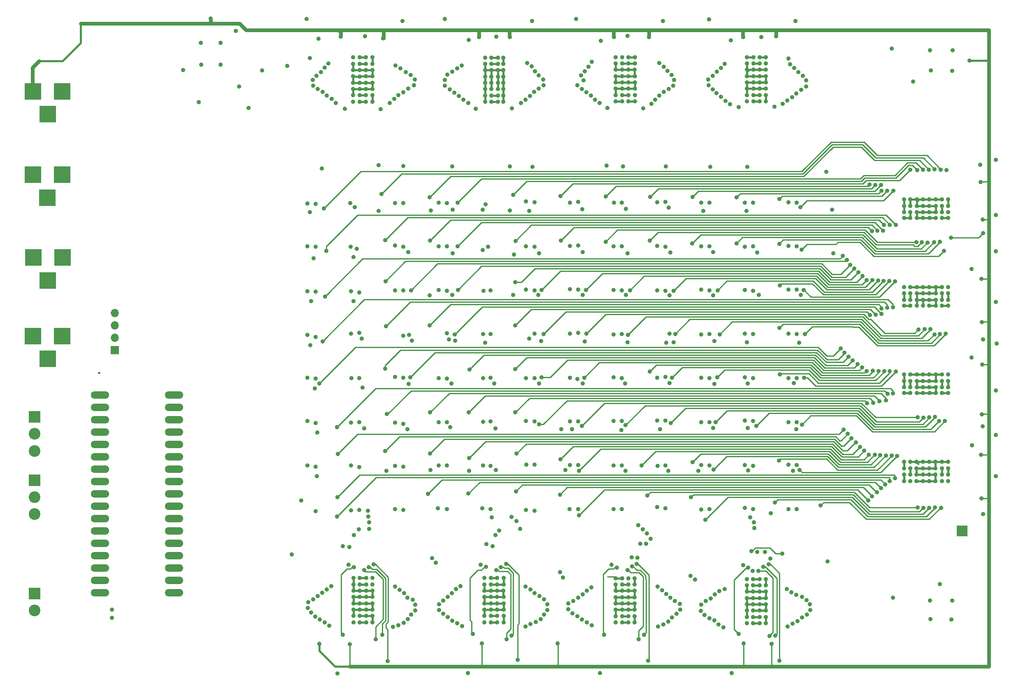
<source format=gbr>
G04 #@! TF.FileFunction,Copper,L4,Inr,Signal*
%FSLAX46Y46*%
G04 Gerber Fmt 4.6, Leading zero omitted, Abs format (unit mm)*
G04 Created by KiCad (PCBNEW 4.0.2-stable) date Monday, November 12, 2018 'PMt' 10:07:05 PM*
%MOMM*%
G01*
G04 APERTURE LIST*
%ADD10C,0.100000*%
%ADD11R,3.500120X3.500120*%
%ADD12O,3.810000X1.524000*%
%ADD13R,2.235200X2.235200*%
%ADD14R,3.500000X3.500000*%
%ADD15C,2.400000*%
%ADD16R,2.400000X2.400000*%
%ADD17R,1.700000X1.700000*%
%ADD18O,1.700000X1.700000*%
%ADD19C,0.889000*%
%ADD20C,0.400000*%
%ADD21C,0.254000*%
%ADD22C,0.800000*%
G04 APERTURE END LIST*
D10*
D11*
X47120140Y-97550000D03*
X41120660Y-97550000D03*
X44120400Y-102249000D03*
D12*
X54970000Y-142790000D03*
X54970000Y-145330000D03*
X54970000Y-147870000D03*
X54970000Y-150410000D03*
X54970000Y-152950000D03*
X54970000Y-155490000D03*
X54970000Y-158030000D03*
X54970000Y-160570000D03*
X54970000Y-163110000D03*
X54970000Y-165650000D03*
X54970000Y-168190000D03*
X54970000Y-170730000D03*
X54970000Y-173270000D03*
X54970000Y-175810000D03*
X54970000Y-178350000D03*
X54970000Y-180890000D03*
X54970000Y-183430000D03*
X70210000Y-142790000D03*
X70210000Y-145330000D03*
X70210000Y-147870000D03*
X70210000Y-150410000D03*
X70210000Y-152950000D03*
X70210000Y-155490000D03*
X70210000Y-158030000D03*
X70210000Y-160570000D03*
X70210000Y-163110000D03*
X70210000Y-165650000D03*
X70210000Y-168190000D03*
X70210000Y-170730000D03*
X70210000Y-173270000D03*
X70210000Y-175810000D03*
X70210000Y-178350000D03*
X70210000Y-180890000D03*
X70210000Y-183430000D03*
D13*
X232310000Y-170790000D03*
D11*
X47170140Y-80400000D03*
X41170660Y-80400000D03*
X44170400Y-85099000D03*
D14*
X47170000Y-130700000D03*
X41170000Y-130700000D03*
X44170000Y-135400000D03*
D15*
X41470000Y-163800000D03*
X41470000Y-167300000D03*
D16*
X41470000Y-160300000D03*
D17*
X57970000Y-133600000D03*
D18*
X57970000Y-131060000D03*
X57970000Y-128520000D03*
X57970000Y-125980000D03*
D15*
X41470000Y-187100000D03*
D16*
X41470000Y-183600000D03*
D15*
X41470000Y-150800000D03*
X41470000Y-154300000D03*
D16*
X41470000Y-147300000D03*
D14*
X47220000Y-114550000D03*
X41220000Y-114550000D03*
X44220000Y-119250000D03*
D19*
X106350000Y-194025000D03*
X133475000Y-193900000D03*
X149075000Y-193825000D03*
X193075000Y-193975000D03*
X227770000Y-181700000D03*
X236325000Y-164100000D03*
X236175000Y-155100000D03*
X236375000Y-146775000D03*
X236425000Y-136550000D03*
X236275000Y-118975000D03*
X236525000Y-106775000D03*
X236100000Y-99000000D03*
X233870000Y-74050000D03*
X194070000Y-69040000D03*
X187240000Y-69240000D03*
X167880000Y-69200000D03*
X160640000Y-69220000D03*
X139220000Y-69210000D03*
X132910000Y-69210000D03*
X113180000Y-69520000D03*
X104440000Y-69160000D03*
X72020000Y-76000000D03*
X161050000Y-180460000D03*
X162350000Y-180460000D03*
X161050000Y-181760000D03*
X162350000Y-181760000D03*
X163650000Y-181760000D03*
X164950000Y-181760000D03*
X164950000Y-180460000D03*
X163650000Y-180460000D03*
X85500000Y-83780000D03*
X225830000Y-188870000D03*
X230140000Y-188930000D03*
X230270000Y-185040000D03*
X225730000Y-185090000D03*
X225840000Y-76100000D03*
X230260000Y-76140000D03*
X230390000Y-71970000D03*
X225730000Y-71960000D03*
X75760000Y-74920000D03*
X79780000Y-74920000D03*
X79780000Y-70440000D03*
X75690000Y-70440000D03*
X188020000Y-188430000D03*
X189320000Y-188430000D03*
X190620000Y-188430000D03*
X191920000Y-188430000D03*
X188020000Y-189730000D03*
X189320000Y-189730000D03*
X190620000Y-189730000D03*
X191920000Y-189730000D03*
X188020000Y-180630000D03*
X189320000Y-180630000D03*
X190620000Y-180630000D03*
X191920000Y-180630000D03*
X191920000Y-181930000D03*
X190620000Y-181930000D03*
X189320000Y-181930000D03*
X188020000Y-181930000D03*
X161050000Y-189560000D03*
X162350000Y-189560000D03*
X163650000Y-189560000D03*
X164950000Y-189560000D03*
X164950000Y-188260000D03*
X163650000Y-188260000D03*
X162350000Y-188260000D03*
X161050000Y-188260000D03*
X134050000Y-189530000D03*
X135350000Y-189530000D03*
X136650000Y-189530000D03*
X137950000Y-189530000D03*
X137950000Y-188230000D03*
X136650000Y-188230000D03*
X135350000Y-188230000D03*
X134050000Y-188230000D03*
X137950000Y-181730000D03*
X136650000Y-181730000D03*
X135350000Y-181730000D03*
X134050000Y-181730000D03*
X135350000Y-180430000D03*
X136650000Y-180430000D03*
X137950000Y-180430000D03*
X110970000Y-189520000D03*
X109670000Y-189520000D03*
X108370000Y-189520000D03*
X107070000Y-188220000D03*
X108370000Y-188220000D03*
X109670000Y-188220000D03*
X110970000Y-188220000D03*
X107070000Y-189520000D03*
X110970000Y-180420000D03*
X109670000Y-180420000D03*
X108370000Y-180420000D03*
X107070000Y-180420000D03*
X109670000Y-181720000D03*
X110970000Y-181720000D03*
X108370000Y-181720000D03*
X107070000Y-181720000D03*
X221640000Y-160470000D03*
X221640000Y-159170000D03*
X221640000Y-157870000D03*
X221640000Y-156570000D03*
X220340000Y-156570000D03*
X220340000Y-157870000D03*
X220340000Y-159170000D03*
X220340000Y-160470000D03*
X229440000Y-160470000D03*
X229440000Y-159170000D03*
X229440000Y-157870000D03*
X229440000Y-156570000D03*
X228140000Y-160470000D03*
X228140000Y-159170000D03*
X228140000Y-157870000D03*
X228140000Y-156570000D03*
X221670000Y-138610000D03*
X221670000Y-139910000D03*
X221670000Y-141210000D03*
X221670000Y-142420000D03*
X220370000Y-142420000D03*
X220370000Y-141210000D03*
X220370000Y-139910000D03*
X220370000Y-138610000D03*
X229470000Y-138610000D03*
X229470000Y-139910000D03*
X229470000Y-141210000D03*
X229470000Y-142420000D03*
X228150000Y-142420000D03*
X228170000Y-141210000D03*
X228170000Y-139910000D03*
X228170000Y-138610000D03*
X220360000Y-120620000D03*
X220360000Y-121920000D03*
X220360000Y-123220000D03*
X220360000Y-124410000D03*
X221660000Y-124410000D03*
X221660000Y-123220000D03*
X221660000Y-121920000D03*
X221660000Y-120620000D03*
X229460000Y-121920000D03*
X229460000Y-120620000D03*
X229460000Y-123220000D03*
X229460000Y-124410000D03*
X228160000Y-124410000D03*
X228160000Y-123220000D03*
X228160000Y-121920000D03*
X228160000Y-120620000D03*
X220370000Y-103930000D03*
X220360000Y-102630000D03*
X220370000Y-106410000D03*
X220370000Y-105230000D03*
X221670000Y-102630000D03*
X221670000Y-106410000D03*
X221670000Y-105230000D03*
X221670000Y-103930000D03*
X229470000Y-105230000D03*
X229470000Y-103930000D03*
X229470000Y-102630000D03*
X229470000Y-106410000D03*
X228170000Y-106410000D03*
X228170000Y-105230000D03*
X228170000Y-103930000D03*
X228170000Y-102630000D03*
X188040000Y-81150000D03*
X189360000Y-81150000D03*
X190660000Y-81150000D03*
X191960000Y-81150000D03*
X188060000Y-82450000D03*
X189360000Y-82450000D03*
X190660000Y-82450000D03*
X191960000Y-82450000D03*
X188060000Y-74650000D03*
X189360000Y-74650000D03*
X190660000Y-74650000D03*
X191960000Y-74650000D03*
X188060000Y-73350000D03*
X189360000Y-73350000D03*
X190660000Y-73350000D03*
X191960000Y-73350000D03*
X164960000Y-82450000D03*
X163660000Y-82450000D03*
X162360000Y-82450000D03*
X161060000Y-82450000D03*
X164960000Y-81150000D03*
X163660000Y-81150000D03*
X162360000Y-81150000D03*
X161060000Y-81150000D03*
X164960000Y-73350000D03*
X163660000Y-73350000D03*
X162360000Y-73350000D03*
X161060000Y-74650000D03*
X162360000Y-74650000D03*
X163660000Y-74650000D03*
X164960000Y-74650000D03*
X161060000Y-73350000D03*
X137900000Y-82540000D03*
X136770000Y-82530000D03*
X135470000Y-82530000D03*
X134170000Y-82530000D03*
X136770000Y-81230000D03*
X135470000Y-81230000D03*
X134170000Y-81230000D03*
X137900000Y-81240000D03*
X134170000Y-73430000D03*
X135470000Y-73430000D03*
X136770000Y-73430000D03*
X137890000Y-73430000D03*
X137890000Y-74750000D03*
X136770000Y-74730000D03*
X135470000Y-74730000D03*
X134170000Y-74730000D03*
X107040000Y-82510000D03*
X108340000Y-82510000D03*
X109640000Y-82510000D03*
X110940000Y-82510000D03*
X110940000Y-81210000D03*
X109640000Y-81210000D03*
X108340000Y-81210000D03*
X107040000Y-81210000D03*
X107040000Y-74710000D03*
X108340000Y-74710000D03*
X109640000Y-74710000D03*
X110940000Y-74710000D03*
X110940000Y-73410000D03*
X109640000Y-73410000D03*
X108340000Y-73410000D03*
X107040000Y-73410000D03*
X107040000Y-79910000D03*
X108340000Y-79910000D03*
X109640000Y-79910000D03*
X110940000Y-79910000D03*
X110940000Y-78610000D03*
X109640000Y-78610000D03*
X108340000Y-78610000D03*
X107040000Y-78610000D03*
X107040000Y-77310000D03*
X108340000Y-77340000D03*
X109640000Y-77300000D03*
X110940000Y-77310000D03*
X110940000Y-76010000D03*
X109640000Y-76010000D03*
X108340000Y-76010000D03*
X107040000Y-76010000D03*
X188020000Y-187130000D03*
X189320000Y-187130000D03*
X190620000Y-187130000D03*
X191920000Y-187130000D03*
X191920000Y-185830000D03*
X190620000Y-185830000D03*
X189320000Y-185830000D03*
X188020000Y-185830000D03*
X188020000Y-184530000D03*
X189320000Y-184530000D03*
X190620000Y-184530000D03*
X191920000Y-184530000D03*
X191920000Y-183230000D03*
X190620000Y-183230000D03*
X189320000Y-183230000D03*
X188020000Y-183230000D03*
X161050000Y-186960000D03*
X162350000Y-186960000D03*
X163650000Y-186960000D03*
X164950000Y-186960000D03*
X164950000Y-185660000D03*
X163650000Y-185660000D03*
X162350000Y-185660000D03*
X161050000Y-185660000D03*
X161050000Y-184360000D03*
X162350000Y-184360000D03*
X163650000Y-184360000D03*
X164950000Y-184360000D03*
X164950000Y-183060000D03*
X163650000Y-183060000D03*
X162350000Y-183060000D03*
X161050000Y-183060000D03*
X134050000Y-186930000D03*
X135350000Y-186930000D03*
X136650000Y-186930000D03*
X137950000Y-186930000D03*
X137950000Y-185630000D03*
X136650000Y-185630000D03*
X135350000Y-185630000D03*
X134050000Y-185630000D03*
X134050000Y-184330000D03*
X135350000Y-184330000D03*
X136650000Y-184330000D03*
X137950000Y-184330000D03*
X137940000Y-183030000D03*
X136650000Y-183030000D03*
X135350000Y-183030000D03*
X134050000Y-183030000D03*
X107070000Y-186920000D03*
X108370000Y-186920000D03*
X109670000Y-186920000D03*
X110970000Y-186920000D03*
X110970000Y-185620000D03*
X109670000Y-185620000D03*
X108370000Y-185620000D03*
X107070000Y-185620000D03*
X107070000Y-184320000D03*
X108370000Y-184320000D03*
X109670000Y-184320000D03*
X110970000Y-184320000D03*
X110970000Y-183020000D03*
X109670000Y-183020000D03*
X108370000Y-183020000D03*
X107070000Y-183020000D03*
X222940000Y-160470000D03*
X224240000Y-160470000D03*
X225540000Y-160470000D03*
X226840000Y-160470000D03*
X226840000Y-159170000D03*
X225540000Y-159170000D03*
X224240000Y-159170000D03*
X222940000Y-159170000D03*
X222940000Y-157870000D03*
X224230000Y-157870000D03*
X225540000Y-157870000D03*
X226840000Y-157870000D03*
X226840000Y-156570000D03*
X225540000Y-156570000D03*
X224240000Y-156570000D03*
X222940000Y-156570000D03*
X222970000Y-142420000D03*
X224280000Y-142420000D03*
X225580000Y-142420000D03*
X226870000Y-142420000D03*
X226870000Y-141210000D03*
X225570000Y-141210000D03*
X224270000Y-141210000D03*
X222970000Y-141210000D03*
X222970000Y-139910000D03*
X224270000Y-139910000D03*
X225570000Y-139910000D03*
X226870000Y-139910000D03*
X226870000Y-138610000D03*
X225570000Y-138610000D03*
X224270000Y-138610000D03*
X222970000Y-138610000D03*
X222960000Y-124400000D03*
X224260000Y-124400000D03*
X225560000Y-124400000D03*
X226860000Y-124400000D03*
X226860000Y-123220000D03*
X225560000Y-123220000D03*
X224260000Y-123220000D03*
X222960000Y-123220000D03*
X222960000Y-121920000D03*
X224260000Y-121920000D03*
X225560000Y-121920000D03*
X226860000Y-121920000D03*
X226860000Y-120620000D03*
X225560000Y-120620000D03*
X224260000Y-120620000D03*
X222960000Y-120620000D03*
X226860000Y-106400000D03*
X225580000Y-106400000D03*
X224260000Y-106400000D03*
X222970000Y-106400000D03*
X222970000Y-105230000D03*
X224270000Y-105230000D03*
X225570000Y-105240000D03*
X226870000Y-105230000D03*
X226870000Y-103930000D03*
X225570000Y-103930000D03*
X224270000Y-103930000D03*
X222970000Y-103930000D03*
X226870000Y-102630000D03*
X225570000Y-102630000D03*
X224270000Y-102630000D03*
X222970000Y-102630000D03*
X191960000Y-79850000D03*
X190660000Y-79850000D03*
X189360000Y-79850000D03*
X188060000Y-79850000D03*
X188060000Y-78550000D03*
X189360000Y-78550000D03*
X190660000Y-78550000D03*
X191960000Y-78550000D03*
X191960000Y-77250000D03*
X190660000Y-77250000D03*
X189360000Y-77250000D03*
X188060000Y-77240000D03*
X191960000Y-75950000D03*
X190660000Y-75950000D03*
X189360000Y-75950000D03*
X188060000Y-75950000D03*
X161060000Y-79850000D03*
X162360000Y-79850000D03*
X163660000Y-79850000D03*
X164960000Y-79850000D03*
X164960000Y-78550000D03*
X163660000Y-78550000D03*
X162360000Y-78550000D03*
X161060000Y-78550000D03*
X161060000Y-77250000D03*
X162360000Y-77250000D03*
X163660000Y-77250000D03*
X164960000Y-77250000D03*
X164940000Y-75950000D03*
X163660000Y-75950000D03*
X162360000Y-75950000D03*
X161060000Y-75950000D03*
X137900000Y-79930000D03*
X137900000Y-78630000D03*
X137900000Y-76030000D03*
X137900000Y-77330000D03*
X136770000Y-79930000D03*
X136770000Y-78630000D03*
X136770000Y-77330000D03*
X135470000Y-79930000D03*
X135470000Y-78630000D03*
X135470000Y-77330000D03*
X136770000Y-76030000D03*
X135470000Y-76030000D03*
X134170000Y-79930000D03*
X134170000Y-78630000D03*
X134170000Y-77330000D03*
X134170000Y-76030000D03*
X236375000Y-127825000D03*
X187375000Y-193825000D03*
X100050000Y-193950000D03*
X77700000Y-65400000D03*
X189250000Y-178925000D03*
X134050000Y-180430000D03*
X109275000Y-178800000D03*
X136480000Y-178835000D03*
X192650000Y-192350000D03*
X190440000Y-178995000D03*
X163480000Y-178815000D03*
X111650000Y-193000000D03*
X138575000Y-193025000D03*
X165725000Y-193000000D03*
X227875000Y-96525000D03*
X101000000Y-104425000D03*
X101925000Y-74625000D03*
X99300000Y-103550000D03*
X102550000Y-182125000D03*
X97600000Y-103450000D03*
X101500000Y-113200000D03*
X218650000Y-107825000D03*
X101175000Y-75525000D03*
X99300000Y-112300000D03*
X101600000Y-182775000D03*
X97625000Y-112225000D03*
X207775000Y-114225000D03*
X101250000Y-122550000D03*
X100400000Y-76450000D03*
X99300000Y-121550000D03*
X100650000Y-183425000D03*
X97600000Y-121450000D03*
X100700000Y-131800000D03*
X218050000Y-124775000D03*
X99500000Y-77175000D03*
X99300000Y-130850000D03*
X99700000Y-184100000D03*
X97600000Y-130475000D03*
X100050000Y-140475000D03*
X207300000Y-133250000D03*
X98725000Y-78050000D03*
X99300000Y-139450000D03*
X98825000Y-184850000D03*
X97575000Y-139250000D03*
X103700000Y-149425000D03*
X218125000Y-142450000D03*
X98750000Y-79250000D03*
X99300000Y-148550000D03*
X97775000Y-185425000D03*
X97600000Y-148125000D03*
X103850000Y-154925000D03*
X207950000Y-149925000D03*
X99725000Y-79875000D03*
X99300000Y-157525000D03*
X97675000Y-186600000D03*
X97575000Y-157275000D03*
X103825000Y-163825000D03*
X218475000Y-159925000D03*
X100725000Y-80525000D03*
X99300000Y-166700000D03*
X98325000Y-187550000D03*
X96375000Y-164475000D03*
X112825000Y-101525000D03*
X226675000Y-96375000D03*
X101625000Y-81300000D03*
X107325000Y-104225000D03*
X110270000Y-170300000D03*
X106425000Y-103350000D03*
X99200000Y-188325000D03*
X217450000Y-107875000D03*
X113625000Y-111000000D03*
X102600000Y-81950000D03*
X107775000Y-112750000D03*
X110270000Y-169000000D03*
X106475000Y-112300000D03*
X100150000Y-188975000D03*
X208575000Y-115075000D03*
X113650000Y-119425000D03*
X103425000Y-82775000D03*
X108300000Y-121700000D03*
X101125000Y-189575000D03*
X110170000Y-167800000D03*
X106550000Y-121475000D03*
X113800000Y-128700000D03*
X216900000Y-124875000D03*
X108300000Y-130050000D03*
X105300000Y-84000000D03*
X106600000Y-130200000D03*
X110070000Y-166600000D03*
X102075000Y-190225000D03*
X113625000Y-137425000D03*
X208125000Y-134125000D03*
X108300000Y-139325000D03*
X112700000Y-84025000D03*
X115175000Y-190450000D03*
X104850000Y-173900000D03*
X106625000Y-139325000D03*
X113925000Y-146750000D03*
X216975000Y-142575000D03*
X114575000Y-82750000D03*
X108300000Y-148425000D03*
X106575000Y-148450000D03*
X106250000Y-174025000D03*
X116325000Y-190125000D03*
X113625000Y-154325000D03*
X208750000Y-150800000D03*
X115450000Y-81950000D03*
X108300000Y-157600000D03*
X107175000Y-171600000D03*
X124025000Y-177300000D03*
X117400000Y-189675000D03*
X106600000Y-157250000D03*
X217450000Y-160500000D03*
X103675000Y-167825000D03*
X116350000Y-81200000D03*
X108300000Y-166475000D03*
X108150000Y-170425000D03*
X118225000Y-188850000D03*
X123300000Y-176375000D03*
X106600000Y-166525000D03*
X122775000Y-102150000D03*
X225475000Y-96500000D03*
X117350000Y-80550000D03*
X117300000Y-103350000D03*
X118975000Y-187975000D03*
X115600000Y-103325000D03*
X122800000Y-111100000D03*
X216225000Y-107850000D03*
X118325000Y-79825000D03*
X117300000Y-112350000D03*
X119750000Y-187125000D03*
X115600000Y-112075000D03*
X209275000Y-116025000D03*
X118900000Y-121325000D03*
X119500000Y-79175000D03*
X117300000Y-121325000D03*
X119775000Y-185950000D03*
X115600000Y-121325000D03*
X122775000Y-128525000D03*
X215750000Y-125000000D03*
X119725000Y-77950000D03*
X118530000Y-130450000D03*
X119275000Y-184900000D03*
X117290000Y-130640000D03*
X118750000Y-139200000D03*
X208950000Y-134950000D03*
X118875000Y-77050000D03*
X117300000Y-139225000D03*
X118200000Y-184450000D03*
X115600000Y-139050000D03*
X122850000Y-146375000D03*
X216675000Y-143950000D03*
X117800000Y-76400000D03*
X117300000Y-148725000D03*
X117500000Y-183525000D03*
X115600000Y-148500000D03*
X122825000Y-154850000D03*
X209550000Y-151675000D03*
X116700000Y-75700000D03*
X117300000Y-157550000D03*
X116550000Y-182825000D03*
X115600000Y-157375000D03*
X122450000Y-163150000D03*
X216500000Y-161200000D03*
X115725000Y-75050000D03*
X117300000Y-166450000D03*
X115600000Y-182175000D03*
X115600000Y-166275000D03*
X128550000Y-103275000D03*
X224275000Y-96525000D03*
X129375000Y-75075000D03*
X126300000Y-103350000D03*
X124600000Y-103295000D03*
X129140000Y-182075000D03*
X128550000Y-112250000D03*
X216075000Y-109050000D03*
X128400000Y-75700000D03*
X126300000Y-112275000D03*
X124600000Y-112235000D03*
X128170000Y-182715000D03*
X210125000Y-116825000D03*
X128575000Y-121200000D03*
X127400000Y-76375000D03*
X126300000Y-121375000D03*
X124590000Y-121245000D03*
X127350000Y-183515000D03*
X127950000Y-130325000D03*
X215725000Y-126175000D03*
X126425000Y-76975000D03*
X126300000Y-130140000D03*
X126480000Y-184275000D03*
X126750000Y-131410000D03*
X130925000Y-137600000D03*
X209825000Y-135725000D03*
X125925000Y-78025000D03*
X126300000Y-139400000D03*
X125570000Y-185055000D03*
X124620000Y-139335000D03*
X130800000Y-146375000D03*
X215250000Y-144050000D03*
X125925000Y-79200000D03*
X126300000Y-148375000D03*
X124590000Y-148385000D03*
X124690000Y-185855000D03*
X130850000Y-155800000D03*
X210425000Y-152550000D03*
X126875000Y-79975000D03*
X126300000Y-157325000D03*
X124620000Y-157265000D03*
X124690000Y-187025000D03*
X130750000Y-163075000D03*
X215600000Y-161950000D03*
X127850000Y-80650000D03*
X126300000Y-166250000D03*
X124420000Y-166085000D03*
X125570000Y-187785000D03*
X139950000Y-101675000D03*
X223050000Y-96625000D03*
X128800000Y-81350000D03*
X134300000Y-103575000D03*
X133680000Y-104675000D03*
X126510000Y-188465000D03*
X141410000Y-170325000D03*
X140425000Y-111125000D03*
X214900000Y-109050000D03*
X129700000Y-82125000D03*
X134800000Y-112350000D03*
X133690000Y-113025000D03*
X127430000Y-189175000D03*
X140590000Y-168745000D03*
X210975000Y-117600000D03*
X140400000Y-119625000D03*
X130675000Y-82800000D03*
X135275000Y-121350000D03*
X133800000Y-121385000D03*
X128450000Y-189725000D03*
X139620000Y-167845000D03*
X140400000Y-128500000D03*
X214525000Y-126275000D03*
X132275000Y-83975000D03*
X135300000Y-130275000D03*
X133740000Y-130305000D03*
X129460000Y-190295000D03*
X135510000Y-167975000D03*
X140325000Y-137500000D03*
X210775000Y-136425000D03*
X139700000Y-83925000D03*
X135300000Y-139275000D03*
X133740000Y-139305000D03*
X142480000Y-190355000D03*
X134460000Y-173485000D03*
X214000000Y-144400000D03*
X140375000Y-146375000D03*
X141550000Y-82750000D03*
X135300000Y-148225000D03*
X135710000Y-173885000D03*
X143530000Y-189885000D03*
X133720000Y-148335000D03*
X140625000Y-154875000D03*
X211325000Y-153475000D03*
X142475000Y-82075000D03*
X135300000Y-157350000D03*
X136320000Y-171625000D03*
X144600000Y-189445000D03*
X150170000Y-180285000D03*
X133760000Y-157325000D03*
X140500000Y-162600000D03*
X214750000Y-162825000D03*
X143400000Y-81325000D03*
X135300000Y-166300000D03*
X137030000Y-170685000D03*
X145620000Y-188895000D03*
X149570000Y-179215000D03*
X133600000Y-166075000D03*
X149700000Y-101925000D03*
X221625000Y-96500000D03*
X144225000Y-80500000D03*
X144300000Y-103150000D03*
X142600000Y-103055000D03*
X146290000Y-187925000D03*
X149725000Y-111100000D03*
X213725000Y-109100000D03*
X145200000Y-79825000D03*
X144300000Y-112300000D03*
X142600000Y-112275000D03*
X146980000Y-186975000D03*
X211825000Y-118375000D03*
X145800000Y-121250000D03*
X146200000Y-79150000D03*
X144300000Y-121275000D03*
X142600000Y-121165000D03*
X146930000Y-185805000D03*
X146200000Y-130275000D03*
X213375000Y-126350000D03*
X146125000Y-77925000D03*
X144300000Y-130200000D03*
X146320000Y-184835000D03*
X143230000Y-131250000D03*
X145800000Y-139200000D03*
X211775000Y-137125000D03*
X145225000Y-77150000D03*
X144300000Y-139325000D03*
X142600000Y-139305000D03*
X145380000Y-184115000D03*
X145275000Y-148850000D03*
X212750000Y-144475000D03*
X144400000Y-76250000D03*
X144300000Y-148225000D03*
X142600000Y-148155000D03*
X144370000Y-183505000D03*
X149650000Y-156025000D03*
X212175000Y-154275000D03*
X143750000Y-75275000D03*
X144300000Y-157150000D03*
X142610000Y-157085000D03*
X143500000Y-182745000D03*
X149550000Y-163300000D03*
X213750000Y-163600000D03*
X142800000Y-74600000D03*
X144300000Y-166575000D03*
X142600000Y-166445000D03*
X142510000Y-182165000D03*
X158975000Y-102025000D03*
X213275000Y-99550000D03*
X156075000Y-74350000D03*
X153300000Y-103100000D03*
X151600000Y-103275000D03*
X156050000Y-182385000D03*
X222875000Y-111400000D03*
X158950000Y-111325000D03*
X155425000Y-75300000D03*
X153300000Y-112100000D03*
X151600000Y-112185000D03*
X155060000Y-182995000D03*
X212625000Y-119225000D03*
X154950000Y-121200000D03*
X153300000Y-121100000D03*
X154700000Y-76250000D03*
X151660000Y-121055000D03*
X154270000Y-183825000D03*
X155025000Y-130200000D03*
X223350000Y-129350000D03*
X153300000Y-130050000D03*
X153875000Y-77075000D03*
X151600000Y-130205000D03*
X153310000Y-184465000D03*
X212675000Y-137875000D03*
X154550000Y-139250000D03*
X154440000Y-78120000D03*
X153150000Y-139540000D03*
X151590000Y-139275000D03*
X152340000Y-185125000D03*
X154100000Y-149150000D03*
X223175000Y-147425000D03*
X153170000Y-79180000D03*
X153300000Y-148225000D03*
X151630000Y-148195000D03*
X151310000Y-185625000D03*
X153500000Y-158400000D03*
X213100000Y-155100000D03*
X154100000Y-79875000D03*
X153300000Y-157200000D03*
X151290000Y-186805000D03*
X151620000Y-157215000D03*
X153450000Y-167575000D03*
X212975000Y-164450000D03*
X155025000Y-80575000D03*
X153300000Y-166275000D03*
X151510000Y-166245000D03*
X152130000Y-187655000D03*
X168100000Y-102100000D03*
X214450000Y-99675000D03*
X155925000Y-81300000D03*
X162300000Y-103300000D03*
X153120000Y-188295000D03*
X160660000Y-103305000D03*
X168230000Y-172345000D03*
X224050000Y-111400000D03*
X168075000Y-111050000D03*
X156775000Y-82100000D03*
X162300000Y-112275000D03*
X154100000Y-188915000D03*
X160600000Y-112275000D03*
X167490000Y-171255000D03*
X213850000Y-119225000D03*
X164000000Y-121275000D03*
X157700000Y-82800000D03*
X162300000Y-121300000D03*
X160600000Y-121255000D03*
X155090000Y-189555000D03*
X166600000Y-170435000D03*
X163575000Y-130425000D03*
X224600000Y-129275000D03*
X159300000Y-83775000D03*
X162300000Y-130300000D03*
X160600000Y-130355000D03*
X156090000Y-190145000D03*
X165670000Y-169565000D03*
X168050000Y-137950000D03*
X213925000Y-137850000D03*
X166700000Y-83900000D03*
X162300000Y-139350000D03*
X169740000Y-190435000D03*
X160580000Y-139185000D03*
X164310000Y-176130000D03*
X163050000Y-149025000D03*
X224375000Y-147450000D03*
X168375000Y-82925000D03*
X162300000Y-148150000D03*
X170810000Y-189965000D03*
X160600000Y-148185000D03*
X165530000Y-176290000D03*
X166375000Y-157300000D03*
X214325000Y-155100000D03*
X169175000Y-82075000D03*
X162300000Y-157300000D03*
X160600000Y-157265000D03*
X166080000Y-173360000D03*
X171860000Y-189375000D03*
X177360000Y-180715000D03*
X167525000Y-163450000D03*
X223175000Y-165925000D03*
X170025000Y-81275000D03*
X162300000Y-166275000D03*
X160610000Y-166225000D03*
X167260000Y-173390000D03*
X176430000Y-179955000D03*
X172660000Y-188515000D03*
X176875000Y-102100000D03*
X215625000Y-99675000D03*
X170900000Y-80525000D03*
X171300000Y-103100000D03*
X169600000Y-103195000D03*
X173540000Y-187765000D03*
X225225000Y-111500000D03*
X176800000Y-111625000D03*
X171900000Y-79925000D03*
X171300000Y-112325000D03*
X169600000Y-112185000D03*
X174280000Y-186885000D03*
X215025000Y-119300000D03*
X172950000Y-121400000D03*
X172850000Y-79225000D03*
X171300000Y-121425000D03*
X169610000Y-121335000D03*
X174220000Y-185725000D03*
X173275000Y-130250000D03*
X225750000Y-129300000D03*
X173050000Y-78075000D03*
X172110000Y-130230000D03*
X173230000Y-185135000D03*
X171430000Y-132030000D03*
X172600000Y-139250000D03*
X215100000Y-137875000D03*
X172575000Y-77000000D03*
X171300000Y-139100000D03*
X169600000Y-139275000D03*
X172290000Y-184455000D03*
X172325000Y-148550000D03*
X225550000Y-147375000D03*
X171725000Y-76175000D03*
X171300000Y-148025000D03*
X169610000Y-148045000D03*
X171420000Y-183695000D03*
X215500000Y-155175000D03*
X176825000Y-156600000D03*
X170950000Y-75300000D03*
X171300000Y-157250000D03*
X169620000Y-157415000D03*
X170580000Y-182905000D03*
X176525000Y-163850000D03*
X224325000Y-166025000D03*
X170025000Y-74600000D03*
X171300000Y-166125000D03*
X169610000Y-165825000D03*
X169660000Y-182175000D03*
X185900000Y-102200000D03*
X215725000Y-100850000D03*
X180300000Y-103275000D03*
X183475000Y-74700000D03*
X178610000Y-103235000D03*
X183450000Y-182665000D03*
X226525000Y-111425000D03*
X185875000Y-111650000D03*
X180300000Y-112250000D03*
X182725000Y-75575000D03*
X178600000Y-112285000D03*
X182380000Y-183145000D03*
X216175000Y-119375000D03*
X182000000Y-121300000D03*
X180300000Y-121275000D03*
X181875000Y-76375000D03*
X178610000Y-121165000D03*
X181430000Y-183825000D03*
X182425000Y-130350000D03*
X226600000Y-130325000D03*
X180300000Y-130250000D03*
X180975000Y-77225000D03*
X178620000Y-130375000D03*
X180580000Y-184615000D03*
X181925000Y-139200000D03*
X216275000Y-137875000D03*
X180075000Y-78000000D03*
X180300000Y-139300000D03*
X178610000Y-139295000D03*
X179530000Y-185165000D03*
X181575000Y-148400000D03*
X226725000Y-147325000D03*
X180300000Y-148400000D03*
X180125000Y-79175000D03*
X178600000Y-148365000D03*
X178620000Y-185945000D03*
X216650000Y-155225000D03*
X181150000Y-158125000D03*
X180300000Y-157325000D03*
X180975000Y-79950000D03*
X178610000Y-157175000D03*
X178530000Y-187145000D03*
X179475000Y-168475000D03*
X225500000Y-166025000D03*
X180300000Y-166300000D03*
X181775000Y-80775000D03*
X178610000Y-166355000D03*
X179290000Y-188015000D03*
X194700000Y-102525000D03*
X216925000Y-100825000D03*
X189300000Y-103275000D03*
X182700000Y-81550000D03*
X192970000Y-167100000D03*
X187600000Y-103255000D03*
X180310000Y-188685000D03*
X194675000Y-111700000D03*
X227700000Y-111325000D03*
X189300000Y-112250000D03*
X183600000Y-82325000D03*
X189570000Y-170200000D03*
X187600000Y-112315000D03*
X181360000Y-189165000D03*
X217325000Y-119400000D03*
X194775000Y-120325000D03*
X189300000Y-121400000D03*
X184575000Y-83000000D03*
X189470000Y-169000000D03*
X182200000Y-189985000D03*
X187600000Y-121255000D03*
X194675000Y-129050000D03*
X227750000Y-130250000D03*
X186300000Y-83625000D03*
X189300000Y-130275000D03*
X188670000Y-168000000D03*
X183230000Y-190535000D03*
X187600000Y-130235000D03*
X217425000Y-137900000D03*
X194775000Y-138550000D03*
X189300000Y-139350000D03*
X193700000Y-83550000D03*
X195270000Y-175400000D03*
X187600000Y-139205000D03*
X188920000Y-174935000D03*
X196370000Y-190385000D03*
X189950000Y-149175000D03*
X227600000Y-148150000D03*
X195375000Y-82925000D03*
X189300000Y-148150000D03*
X187620000Y-148085000D03*
X197400000Y-189845000D03*
X190150000Y-175055000D03*
X217800000Y-155300000D03*
X194650000Y-156275000D03*
X189300000Y-157375000D03*
X196350000Y-82250000D03*
X191770000Y-175100000D03*
X198450000Y-189285000D03*
X187600000Y-157195000D03*
X193775000Y-164925000D03*
X226750000Y-165950000D03*
X197300000Y-81575000D03*
X189300000Y-166300000D03*
X192870000Y-176400000D03*
X199370000Y-188565000D03*
X187620000Y-166025000D03*
X199010000Y-104240000D03*
X218175000Y-100800000D03*
X198300000Y-103250000D03*
X198175000Y-80800000D03*
X196600000Y-103155000D03*
X200390000Y-187975000D03*
X228575000Y-113175000D03*
X199330000Y-112890000D03*
X198300000Y-112275000D03*
X199200000Y-80075000D03*
X201030000Y-187025000D03*
X196620000Y-112125000D03*
X218475000Y-119475000D03*
X199750000Y-121200000D03*
X198300000Y-121125000D03*
X200250000Y-79425000D03*
X201020000Y-185855000D03*
X196620000Y-121125000D03*
X200000000Y-130275000D03*
X228900000Y-130225000D03*
X198300000Y-130250000D03*
X200200000Y-78150000D03*
X200300000Y-184965000D03*
X196590000Y-130205000D03*
X199800000Y-139275000D03*
X218650000Y-138000000D03*
X198300000Y-139325000D03*
X199525000Y-77200000D03*
X199340000Y-184295000D03*
X196620000Y-139365000D03*
X199350000Y-148875000D03*
X228775000Y-148125000D03*
X198300000Y-148400000D03*
X198625000Y-76450000D03*
X198230000Y-183905000D03*
X196620000Y-148375000D03*
X218950000Y-155350000D03*
X198870000Y-158200000D03*
X198300000Y-157200000D03*
X197775000Y-75625000D03*
X197210000Y-183335000D03*
X196600000Y-157105000D03*
X203200000Y-165500000D03*
X227975000Y-165975000D03*
X198300000Y-166225000D03*
X196925000Y-74825000D03*
X196580000Y-166275000D03*
X196200000Y-182705000D03*
X97460000Y-65530000D03*
X103825000Y-200025000D03*
X106100000Y-177675000D03*
X133280000Y-177685000D03*
X130625000Y-199950000D03*
X160170000Y-177735000D03*
X157825000Y-199975000D03*
X187260000Y-177775000D03*
X184875000Y-199950000D03*
X239250000Y-94500000D03*
X239260000Y-113300000D03*
X239390000Y-132200000D03*
X239280000Y-151000000D03*
X125860000Y-65550000D03*
X152930000Y-65540000D03*
X180200000Y-65570000D03*
X165380000Y-177525000D03*
X138460000Y-177565000D03*
X111275000Y-177650000D03*
X114150000Y-197475000D03*
X140850000Y-197250000D03*
X167750000Y-197425000D03*
X192520000Y-177645000D03*
X194750000Y-197400000D03*
X230000000Y-110475000D03*
X236650000Y-109500000D03*
X236600000Y-131350000D03*
X236575000Y-149275000D03*
X236600000Y-167250000D03*
X198000000Y-65960000D03*
X170740000Y-65910000D03*
X143800000Y-65940000D03*
X117150000Y-65930000D03*
X93450000Y-75175000D03*
X186325000Y-191925000D03*
X188270000Y-178315000D03*
X161250000Y-178265000D03*
X158675000Y-192050000D03*
X131650000Y-191900000D03*
X134340000Y-178145000D03*
X104850000Y-192075000D03*
X107175000Y-178200000D03*
X234325000Y-153150000D03*
X234250000Y-135125000D03*
X234225000Y-135125000D03*
X234275000Y-116875000D03*
X99870000Y-69540000D03*
X130770000Y-69820000D03*
X157930000Y-69960000D03*
X184750000Y-69890000D03*
X236040000Y-95510000D03*
X110250000Y-178200000D03*
X113000000Y-192050000D03*
X139600000Y-192250000D03*
X137440000Y-178175000D03*
X166825000Y-192050000D03*
X164370000Y-178075000D03*
X193900000Y-192300000D03*
X191380000Y-178125000D03*
X196550000Y-73600000D03*
X94375000Y-175575000D03*
X229125000Y-96625000D03*
X204600000Y-177050000D03*
X98150000Y-73575000D03*
X222250000Y-78360000D03*
X239290000Y-159510000D03*
X239270000Y-141850000D03*
X239230000Y-123680000D03*
X239260000Y-105820000D03*
X163490000Y-68950000D03*
X136430000Y-69180000D03*
X191000000Y-69200000D03*
X109470000Y-69090000D03*
X82875000Y-68000000D03*
X88290000Y-76120000D03*
X57370000Y-188600000D03*
X218070000Y-184500000D03*
X217870000Y-71600000D03*
X75270000Y-82600000D03*
X57370000Y-186900000D03*
X83550000Y-79425000D03*
X99620000Y-150550000D03*
X99570000Y-159500000D03*
X112270000Y-95600000D03*
X112270000Y-104950000D03*
X107070000Y-114450000D03*
X98370000Y-123500000D03*
X98170000Y-132550000D03*
X107120000Y-123550000D03*
X108820000Y-131200000D03*
X119120000Y-131650000D03*
X128020000Y-131600000D03*
X134170000Y-132100000D03*
X145720000Y-131750000D03*
X99120000Y-141500000D03*
X108920000Y-141300000D03*
X109270000Y-149700000D03*
X113820000Y-158350000D03*
X118420000Y-140500000D03*
X118170000Y-149800000D03*
X122920000Y-158250000D03*
X130870000Y-158350000D03*
X126970000Y-149400000D03*
X127270000Y-140450000D03*
X136020000Y-140450000D03*
X136270000Y-149700000D03*
X136420000Y-158250000D03*
X150670000Y-158250000D03*
X149820000Y-149800000D03*
X145270000Y-140450000D03*
X122770000Y-122350000D03*
X118370000Y-113450000D03*
X122970000Y-104850000D03*
X117370000Y-95700000D03*
X127520000Y-104700000D03*
X145070000Y-122200000D03*
X139970000Y-122200000D03*
X127370000Y-122250000D03*
X127420000Y-95850000D03*
X127520000Y-113700000D03*
X140070000Y-113900000D03*
X139220000Y-104900000D03*
X139270000Y-95800000D03*
X145270000Y-113650000D03*
X143270000Y-104950000D03*
X143920000Y-95900000D03*
X163470000Y-113650000D03*
X163170000Y-104550000D03*
X171320000Y-95800000D03*
X162520000Y-95800000D03*
X159170000Y-95650000D03*
X154170000Y-104600000D03*
X154220000Y-113400000D03*
X154220000Y-122250000D03*
X154670000Y-131800000D03*
X154220000Y-140450000D03*
X152070000Y-149850000D03*
X163020000Y-158350000D03*
X162170000Y-150000000D03*
X162970000Y-140450000D03*
X163470000Y-131950000D03*
X163170000Y-122250000D03*
X172970000Y-132000000D03*
X171970000Y-104250000D03*
X172320000Y-113500000D03*
X172120000Y-122350000D03*
X172070000Y-140400000D03*
X170170000Y-149850000D03*
X171820000Y-158350000D03*
X178020000Y-158350000D03*
X181120000Y-149550000D03*
X181320000Y-140500000D03*
X181370000Y-131700000D03*
X181120000Y-122300000D03*
X181070000Y-113450000D03*
X179020000Y-104950000D03*
X180520000Y-95950000D03*
X188120000Y-95900000D03*
X187970000Y-104950000D03*
X190170000Y-113500000D03*
X190520000Y-122250000D03*
X188020000Y-132000000D03*
X188220000Y-140450000D03*
X188220000Y-149600000D03*
X188270000Y-158300000D03*
X197670000Y-140400000D03*
X198170000Y-149800000D03*
X197520000Y-158350000D03*
X198820000Y-132100000D03*
X199120000Y-122250000D03*
X205770000Y-113650000D03*
X205570000Y-104750000D03*
X204370000Y-96950000D03*
X98870000Y-114700000D03*
X98120000Y-105250000D03*
X100570000Y-96250000D03*
D20*
X54670000Y-138200000D02*
X54770000Y-138200000D01*
D21*
X106350000Y-194025000D02*
X106350000Y-198575000D01*
X133500000Y-193925000D02*
X133475000Y-193900000D01*
X133500000Y-193925000D02*
X133500000Y-198575000D01*
X149125000Y-193875000D02*
X149075000Y-193825000D01*
X149125000Y-198575000D02*
X149125000Y-193875000D01*
X193075000Y-193975000D02*
X193075000Y-198575000D01*
X236375000Y-164050000D02*
X236325000Y-164100000D01*
X236375000Y-164050000D02*
X237825000Y-164050000D01*
X236175000Y-155100000D02*
X237825000Y-155100000D01*
X236400000Y-146750000D02*
X236375000Y-146775000D01*
X236400000Y-146750000D02*
X237825000Y-146750000D01*
X236425000Y-136550000D02*
X237825000Y-136550000D01*
X236275000Y-118975000D02*
X237825000Y-118975000D01*
X236575000Y-106725000D02*
X236525000Y-106775000D01*
X236575000Y-106725000D02*
X237825000Y-106725000D01*
X236175000Y-98925000D02*
X236100000Y-99000000D01*
X236175000Y-98925000D02*
X237825000Y-98925000D01*
D20*
X233870000Y-74050000D02*
X237680000Y-74050000D01*
X237680000Y-74050000D02*
X237825000Y-74195000D01*
D22*
X194010000Y-68980000D02*
X194010000Y-67780000D01*
X194010000Y-68980000D02*
X194070000Y-69040000D01*
X187220000Y-69220000D02*
X187220000Y-67780000D01*
X187220000Y-69220000D02*
X187240000Y-69240000D01*
X167890000Y-69190000D02*
X167890000Y-67780000D01*
X167890000Y-69190000D02*
X167880000Y-69200000D01*
X160600000Y-69180000D02*
X160600000Y-67780000D01*
X160600000Y-69180000D02*
X160640000Y-69220000D01*
X139170000Y-69160000D02*
X139170000Y-67780000D01*
X139170000Y-69160000D02*
X139220000Y-69210000D01*
X132890000Y-69190000D02*
X132890000Y-67780000D01*
X132890000Y-69190000D02*
X132910000Y-69210000D01*
X113240000Y-69460000D02*
X113240000Y-69010000D01*
X113240000Y-69460000D02*
X113180000Y-69520000D01*
D20*
X106350000Y-198575000D02*
X103245000Y-198575000D01*
X100050000Y-195380000D02*
X100050000Y-193950000D01*
X103245000Y-198575000D02*
X100050000Y-195380000D01*
D22*
X41010660Y-79600000D02*
X41010660Y-75539340D01*
X41010660Y-75539340D02*
X42410000Y-74140000D01*
D21*
X159340000Y-180170000D02*
X160760000Y-180170000D01*
X160760000Y-180170000D02*
X161050000Y-180460000D01*
D20*
X161050000Y-181760000D02*
X161050000Y-183060000D01*
X162350000Y-180460000D02*
X161050000Y-180460000D01*
X162350000Y-181760000D02*
X163650000Y-181760000D01*
X164950000Y-181760000D02*
X164950000Y-180460000D01*
X75800000Y-74960000D02*
X75760000Y-74920000D01*
X79830000Y-70370000D02*
X79830000Y-70390000D01*
X79830000Y-70390000D02*
X79780000Y-70440000D01*
X191920000Y-188430000D02*
X191920000Y-189730000D01*
X189320000Y-188430000D02*
X190620000Y-188430000D01*
X188020000Y-187130000D02*
X188020000Y-188430000D01*
X190620000Y-189730000D02*
X189320000Y-189730000D01*
X188020000Y-183230000D02*
X188020000Y-181930000D01*
X190620000Y-180630000D02*
X189320000Y-180630000D01*
X191920000Y-181930000D02*
X191920000Y-180630000D01*
X189320000Y-181930000D02*
X190620000Y-181930000D01*
X161050000Y-186960000D02*
X161050000Y-188260000D01*
X163650000Y-189560000D02*
X162350000Y-189560000D01*
X164950000Y-188260000D02*
X164950000Y-189560000D01*
X162350000Y-188260000D02*
X163650000Y-188260000D01*
X134050000Y-186930000D02*
X134050000Y-188230000D01*
X136650000Y-189530000D02*
X135350000Y-189530000D01*
X137950000Y-188230000D02*
X137950000Y-189530000D01*
X135350000Y-188230000D02*
X136650000Y-188230000D01*
X137950000Y-181730000D02*
X137950000Y-180430000D01*
X134050000Y-183030000D02*
X134050000Y-181730000D01*
X135350000Y-181730000D02*
X136650000Y-181730000D01*
X137950000Y-181730000D02*
X136650000Y-181730000D01*
X136650000Y-180430000D02*
X135350000Y-180430000D01*
X109670000Y-189520000D02*
X108370000Y-189520000D01*
X110970000Y-188220000D02*
X109670000Y-188220000D01*
X108370000Y-188220000D02*
X109670000Y-188220000D01*
X107070000Y-188220000D02*
X107070000Y-186920000D01*
X110970000Y-188220000D02*
X110970000Y-189520000D01*
X107070000Y-181720000D02*
X107070000Y-180420000D01*
X108370000Y-180420000D02*
X109670000Y-180420000D01*
X108370000Y-181720000D02*
X109670000Y-181720000D01*
X107070000Y-183020000D02*
X107070000Y-181720000D01*
X222940000Y-156570000D02*
X221640000Y-156570000D01*
X221640000Y-157870000D02*
X221640000Y-159170000D01*
X220340000Y-157870000D02*
X220340000Y-156570000D01*
X220340000Y-160470000D02*
X220340000Y-159170000D01*
X228140000Y-156570000D02*
X229440000Y-156570000D01*
X229440000Y-157870000D02*
X229440000Y-159170000D01*
X226840000Y-156570000D02*
X228140000Y-156570000D01*
X228140000Y-160470000D02*
X228080000Y-160470000D01*
X228140000Y-157870000D02*
X228140000Y-159170000D01*
X220370000Y-138610000D02*
X220370000Y-139910000D01*
X221670000Y-139910000D02*
X221670000Y-141210000D01*
X221670000Y-142420000D02*
X220370000Y-142420000D01*
X220370000Y-141210000D02*
X220370000Y-139910000D01*
X221670000Y-138610000D02*
X222970000Y-138610000D01*
X226870000Y-138610000D02*
X228170000Y-138610000D01*
X229470000Y-141210000D02*
X229470000Y-139910000D01*
X228150000Y-142420000D02*
X229470000Y-142420000D01*
X228170000Y-139910000D02*
X228170000Y-141210000D01*
X222960000Y-120620000D02*
X221660000Y-120620000D01*
X220360000Y-123220000D02*
X220360000Y-121920000D01*
X221660000Y-124410000D02*
X220360000Y-124410000D01*
X221660000Y-121920000D02*
X221660000Y-123220000D01*
X229460000Y-121920000D02*
X229460000Y-123220000D01*
X226860000Y-120620000D02*
X228160000Y-120620000D01*
X229430000Y-121940000D02*
X229430000Y-123200000D01*
X229460000Y-121910000D02*
X229430000Y-121940000D01*
X229460000Y-123220000D02*
X229460000Y-121910000D01*
X228160000Y-124410000D02*
X229460000Y-124410000D01*
X228160000Y-121920000D02*
X228160000Y-123220000D01*
X220370000Y-103930000D02*
X220370000Y-102640000D01*
X220370000Y-102640000D02*
X220360000Y-102630000D01*
X221670000Y-106410000D02*
X220370000Y-106410000D01*
X220370000Y-105230000D02*
X220370000Y-103930000D01*
X221670000Y-102630000D02*
X221670000Y-103930000D01*
X222970000Y-102630000D02*
X221670000Y-102630000D01*
X221670000Y-105230000D02*
X221670000Y-106410000D01*
X229470000Y-102630000D02*
X229470000Y-103930000D01*
X226870000Y-102630000D02*
X228170000Y-102630000D01*
X228170000Y-106410000D02*
X229470000Y-106410000D01*
X228170000Y-103930000D02*
X228170000Y-105230000D01*
X191960000Y-81150000D02*
X191960000Y-82450000D01*
X188060000Y-81130000D02*
X188040000Y-81150000D01*
X189360000Y-81150000D02*
X190660000Y-81150000D01*
X188060000Y-79850000D02*
X188060000Y-81130000D01*
X190660000Y-82450000D02*
X189360000Y-82450000D01*
X189360000Y-74650000D02*
X190660000Y-74650000D01*
X188060000Y-75950000D02*
X188060000Y-74650000D01*
X189360000Y-73350000D02*
X188060000Y-73350000D01*
X191960000Y-73350000D02*
X190660000Y-73350000D01*
X163660000Y-82450000D02*
X164960000Y-82450000D01*
X161060000Y-82450000D02*
X162360000Y-82450000D01*
X161060000Y-79850000D02*
X161060000Y-81150000D01*
X162360000Y-81150000D02*
X163660000Y-81150000D01*
X164960000Y-73350000D02*
X163660000Y-73350000D01*
X164960000Y-74650000D02*
X163660000Y-74650000D01*
X162360000Y-74650000D02*
X163660000Y-74650000D01*
X161060000Y-74650000D02*
X161060000Y-75950000D01*
X137900000Y-81240000D02*
X137900000Y-82540000D01*
X134170000Y-81230000D02*
X134170000Y-82530000D01*
X135470000Y-82530000D02*
X136770000Y-82530000D01*
X137900000Y-79930000D02*
X137900000Y-81240000D01*
X134170000Y-81230000D02*
X134170000Y-79930000D01*
X135470000Y-81230000D02*
X136770000Y-81230000D01*
X134170000Y-76030000D02*
X134170000Y-74730000D01*
X136770000Y-73430000D02*
X135470000Y-73430000D01*
X137890000Y-74750000D02*
X137890000Y-73430000D01*
X135470000Y-74730000D02*
X136770000Y-74730000D01*
X107040000Y-79910000D02*
X107040000Y-81210000D01*
X109640000Y-82510000D02*
X108340000Y-82510000D01*
X110940000Y-81210000D02*
X110940000Y-82510000D01*
X108340000Y-81210000D02*
X109640000Y-81210000D01*
X108340000Y-74710000D02*
X109640000Y-74710000D01*
X110940000Y-74710000D02*
X110940000Y-73410000D01*
X109640000Y-73410000D02*
X108340000Y-73410000D01*
X107040000Y-74710000D02*
X107040000Y-76010000D01*
X108340000Y-79910000D02*
X107040000Y-79910000D01*
X109640000Y-79910000D02*
X108340000Y-79910000D01*
X110940000Y-79910000D02*
X109640000Y-79910000D01*
X110940000Y-78610000D02*
X110940000Y-79910000D01*
X109640000Y-78610000D02*
X110940000Y-78610000D01*
X108340000Y-78610000D02*
X109640000Y-78610000D01*
X107040000Y-78610000D02*
X108340000Y-78610000D01*
X107040000Y-77310000D02*
X107040000Y-78610000D01*
X108340000Y-77340000D02*
X107070000Y-77340000D01*
X107070000Y-77340000D02*
X107040000Y-77310000D01*
X109640000Y-77300000D02*
X108380000Y-77300000D01*
X108380000Y-77300000D02*
X108340000Y-77340000D01*
X110940000Y-77310000D02*
X109650000Y-77310000D01*
X109650000Y-77310000D02*
X109640000Y-77300000D01*
X110940000Y-76010000D02*
X110940000Y-77310000D01*
X109640000Y-76010000D02*
X110940000Y-76010000D01*
X108340000Y-76010000D02*
X109640000Y-76010000D01*
X107040000Y-76010000D02*
X108340000Y-76010000D01*
X107020000Y-76000000D02*
X107030000Y-76000000D01*
X107030000Y-76000000D02*
X107040000Y-76010000D01*
X188020000Y-185830000D02*
X188020000Y-187130000D01*
X190620000Y-187130000D02*
X189320000Y-187130000D01*
X191920000Y-187130000D02*
X190620000Y-187130000D01*
X191920000Y-185830000D02*
X191920000Y-187130000D01*
X190620000Y-185830000D02*
X191920000Y-185830000D01*
X189320000Y-185830000D02*
X190620000Y-185830000D01*
X188020000Y-185830000D02*
X189320000Y-185830000D01*
X188020000Y-184530000D02*
X188020000Y-185830000D01*
X189320000Y-184530000D02*
X188020000Y-184530000D01*
X190620000Y-184530000D02*
X189320000Y-184530000D01*
X191920000Y-184530000D02*
X190620000Y-184530000D01*
X191920000Y-183230000D02*
X191920000Y-184530000D01*
X190620000Y-183230000D02*
X191920000Y-183230000D01*
X189320000Y-183230000D02*
X190620000Y-183230000D01*
X188020000Y-183230000D02*
X189320000Y-183230000D01*
X188110000Y-183250000D02*
X188040000Y-183250000D01*
X188040000Y-183250000D02*
X188020000Y-183230000D01*
X162350000Y-186960000D02*
X161050000Y-186960000D01*
X163650000Y-186960000D02*
X162350000Y-186960000D01*
X164950000Y-186960000D02*
X163650000Y-186960000D01*
X164950000Y-185660000D02*
X164950000Y-186960000D01*
X163650000Y-185660000D02*
X164950000Y-185660000D01*
X162350000Y-185660000D02*
X163650000Y-185660000D01*
X161050000Y-185660000D02*
X162350000Y-185660000D01*
X161050000Y-184360000D02*
X161050000Y-185660000D01*
X162350000Y-184360000D02*
X161050000Y-184360000D01*
X163650000Y-184360000D02*
X162350000Y-184360000D01*
X164950000Y-184360000D02*
X163650000Y-184360000D01*
X164950000Y-183060000D02*
X164950000Y-184360000D01*
X163650000Y-183060000D02*
X164950000Y-183060000D01*
X162350000Y-183060000D02*
X163650000Y-183060000D01*
X161050000Y-183060000D02*
X162350000Y-183060000D01*
X161220000Y-183240000D02*
X161220000Y-183230000D01*
X161220000Y-183230000D02*
X161050000Y-183060000D01*
X135350000Y-186930000D02*
X134050000Y-186930000D01*
X136650000Y-186930000D02*
X135350000Y-186930000D01*
X137950000Y-186930000D02*
X136650000Y-186930000D01*
X137950000Y-185630000D02*
X137950000Y-186930000D01*
X136650000Y-185630000D02*
X137950000Y-185630000D01*
X135350000Y-185630000D02*
X136650000Y-185630000D01*
X134050000Y-185630000D02*
X135350000Y-185630000D01*
X134050000Y-184330000D02*
X134050000Y-185630000D01*
X135350000Y-184330000D02*
X134050000Y-184330000D01*
X136650000Y-184330000D02*
X135350000Y-184330000D01*
X137950000Y-184330000D02*
X136650000Y-184330000D01*
X137940000Y-183030000D02*
X137940000Y-184320000D01*
X137940000Y-184320000D02*
X137950000Y-184330000D01*
X136650000Y-183030000D02*
X137940000Y-183030000D01*
X135350000Y-183030000D02*
X136650000Y-183030000D01*
X134050000Y-183030000D02*
X135350000Y-183030000D01*
X134140000Y-183080000D02*
X134100000Y-183080000D01*
X134100000Y-183080000D02*
X134050000Y-183030000D01*
X108370000Y-186920000D02*
X107070000Y-186920000D01*
X109670000Y-186920000D02*
X108370000Y-186920000D01*
X110970000Y-186920000D02*
X109670000Y-186920000D01*
X110970000Y-185620000D02*
X110970000Y-186920000D01*
X109670000Y-185620000D02*
X110970000Y-185620000D01*
X108370000Y-185620000D02*
X109670000Y-185620000D01*
X107070000Y-185620000D02*
X108370000Y-185620000D01*
X107070000Y-184320000D02*
X107070000Y-185620000D01*
X108370000Y-184320000D02*
X107070000Y-184320000D01*
X109670000Y-184320000D02*
X108370000Y-184320000D01*
X110970000Y-184320000D02*
X109670000Y-184320000D01*
X110970000Y-183020000D02*
X110970000Y-184320000D01*
X109670000Y-183020000D02*
X110970000Y-183020000D01*
X108370000Y-183020000D02*
X109670000Y-183020000D01*
X107070000Y-183020000D02*
X108370000Y-183020000D01*
X107120000Y-183120000D02*
X107120000Y-183070000D01*
X107120000Y-183070000D02*
X107070000Y-183020000D01*
X224240000Y-160470000D02*
X222940000Y-160470000D01*
X225540000Y-160470000D02*
X224240000Y-160470000D01*
X226840000Y-160470000D02*
X225540000Y-160470000D01*
X226840000Y-159170000D02*
X226840000Y-160470000D01*
X225540000Y-159170000D02*
X226840000Y-159170000D01*
X224240000Y-159170000D02*
X225540000Y-159170000D01*
X222940000Y-159170000D02*
X224240000Y-159170000D01*
X222940000Y-157870000D02*
X222940000Y-159170000D01*
X224230000Y-157870000D02*
X222940000Y-157870000D01*
X225540000Y-157870000D02*
X224230000Y-157870000D01*
X226840000Y-157870000D02*
X225540000Y-157870000D01*
X226840000Y-156570000D02*
X226840000Y-157870000D01*
X225540000Y-156570000D02*
X226840000Y-156570000D01*
X224240000Y-156570000D02*
X225540000Y-156570000D01*
X222940000Y-156570000D02*
X224240000Y-156570000D01*
X223250000Y-156940000D02*
X223250000Y-156880000D01*
X223250000Y-156880000D02*
X222940000Y-156570000D01*
X224280000Y-142420000D02*
X222970000Y-142420000D01*
X225580000Y-142420000D02*
X224280000Y-142420000D01*
X226870000Y-142420000D02*
X225580000Y-142420000D01*
X226870000Y-141210000D02*
X226870000Y-142420000D01*
X225570000Y-141210000D02*
X226870000Y-141210000D01*
X224270000Y-141210000D02*
X225570000Y-141210000D01*
X222970000Y-141210000D02*
X224270000Y-141210000D01*
X222970000Y-139910000D02*
X222970000Y-141210000D01*
X224270000Y-139910000D02*
X222970000Y-139910000D01*
X225570000Y-139910000D02*
X224270000Y-139910000D01*
X226870000Y-139910000D02*
X225570000Y-139910000D01*
X226870000Y-138610000D02*
X226870000Y-139910000D01*
X225570000Y-138610000D02*
X226870000Y-138610000D01*
X224270000Y-138610000D02*
X225570000Y-138610000D01*
X222970000Y-138610000D02*
X224270000Y-138610000D01*
X222970000Y-138610000D02*
X224250000Y-138610000D01*
X224250000Y-138610000D02*
X224270000Y-138590000D01*
X222940000Y-138570000D02*
X222940000Y-138580000D01*
X222940000Y-138580000D02*
X222970000Y-138610000D01*
X222960000Y-123220000D02*
X222960000Y-124400000D01*
X224260000Y-123220000D02*
X224260000Y-124400000D01*
X226860000Y-124400000D02*
X225560000Y-124400000D01*
X226860000Y-123220000D02*
X226860000Y-124400000D01*
X225560000Y-123220000D02*
X226860000Y-123220000D01*
X224260000Y-123220000D02*
X225560000Y-123220000D01*
X222960000Y-123220000D02*
X224260000Y-123220000D01*
X222960000Y-121920000D02*
X222960000Y-123220000D01*
X224260000Y-121920000D02*
X222960000Y-121920000D01*
X225560000Y-121920000D02*
X224260000Y-121920000D01*
X226860000Y-121920000D02*
X225560000Y-121920000D01*
X226860000Y-120620000D02*
X226860000Y-121920000D01*
X225560000Y-120620000D02*
X226860000Y-120620000D01*
X224260000Y-120620000D02*
X225560000Y-120620000D01*
X222960000Y-120620000D02*
X224260000Y-120620000D01*
X222900000Y-120550000D02*
X222900000Y-120560000D01*
X222900000Y-120560000D02*
X222960000Y-120620000D01*
X225580000Y-106400000D02*
X226860000Y-106400000D01*
X224260000Y-106400000D02*
X225580000Y-106400000D01*
X222970000Y-106400000D02*
X224260000Y-106400000D01*
X222970000Y-105230000D02*
X222970000Y-106400000D01*
X224270000Y-105230000D02*
X222970000Y-105230000D01*
X225570000Y-105240000D02*
X224280000Y-105240000D01*
X224280000Y-105240000D02*
X224270000Y-105230000D01*
X226870000Y-105230000D02*
X225580000Y-105230000D01*
X225580000Y-105230000D02*
X225570000Y-105240000D01*
X226870000Y-103930000D02*
X226870000Y-105230000D01*
X225570000Y-103930000D02*
X226870000Y-103930000D01*
X224270000Y-103930000D02*
X225570000Y-103930000D01*
X222970000Y-103930000D02*
X224270000Y-103930000D01*
X222970000Y-102630000D02*
X222970000Y-103930000D01*
X225570000Y-102630000D02*
X226870000Y-102630000D01*
X224270000Y-102630000D02*
X225570000Y-102630000D01*
X222970000Y-102630000D02*
X224270000Y-102630000D01*
X223260000Y-102830000D02*
X223170000Y-102830000D01*
X223170000Y-102830000D02*
X222970000Y-102630000D01*
X190660000Y-79850000D02*
X191960000Y-79850000D01*
X189360000Y-79850000D02*
X190660000Y-79850000D01*
X188060000Y-79850000D02*
X189360000Y-79850000D01*
X188060000Y-78550000D02*
X188060000Y-79850000D01*
X189360000Y-78550000D02*
X188060000Y-78550000D01*
X190660000Y-78550000D02*
X189360000Y-78550000D01*
X191960000Y-78550000D02*
X190660000Y-78550000D01*
X191960000Y-77250000D02*
X191960000Y-78550000D01*
X190660000Y-77250000D02*
X191960000Y-77250000D01*
X189360000Y-77250000D02*
X190660000Y-77250000D01*
X188060000Y-77240000D02*
X189350000Y-77240000D01*
X189350000Y-77240000D02*
X189360000Y-77250000D01*
X188060000Y-75950000D02*
X188060000Y-77240000D01*
X190660000Y-75950000D02*
X191960000Y-75950000D01*
X189360000Y-75950000D02*
X190660000Y-75950000D01*
X188060000Y-75950000D02*
X189360000Y-75950000D01*
X188280000Y-76150000D02*
X188260000Y-76150000D01*
X188260000Y-76150000D02*
X188060000Y-75950000D01*
X188230000Y-76250000D02*
X188230000Y-76110000D01*
X188230000Y-76110000D02*
X188030000Y-75910000D01*
X162360000Y-79850000D02*
X161060000Y-79850000D01*
X163660000Y-79850000D02*
X162360000Y-79850000D01*
X164960000Y-79850000D02*
X163660000Y-79850000D01*
X164960000Y-78550000D02*
X164960000Y-79850000D01*
X163660000Y-78550000D02*
X164960000Y-78550000D01*
X162360000Y-78550000D02*
X163660000Y-78550000D01*
X161060000Y-78550000D02*
X162360000Y-78550000D01*
X161060000Y-77250000D02*
X161060000Y-78550000D01*
X162360000Y-77250000D02*
X161060000Y-77250000D01*
X163660000Y-77250000D02*
X162360000Y-77250000D01*
X164960000Y-77250000D02*
X163660000Y-77250000D01*
X164940000Y-75950000D02*
X164940000Y-77230000D01*
X164940000Y-77230000D02*
X164960000Y-77250000D01*
X163660000Y-75950000D02*
X164940000Y-75950000D01*
X162360000Y-75950000D02*
X163660000Y-75950000D01*
X161060000Y-75950000D02*
X162360000Y-75950000D01*
X161140000Y-76060000D02*
X161140000Y-76030000D01*
X161140000Y-76030000D02*
X161060000Y-75950000D01*
X161130000Y-76110000D02*
X161110000Y-76110000D01*
X161110000Y-76110000D02*
X161090000Y-76090000D01*
X137900000Y-78630000D02*
X137900000Y-79930000D01*
X137900000Y-77330000D02*
X137900000Y-78630000D01*
X137900000Y-76030000D02*
X137900000Y-77330000D01*
X136770000Y-76030000D02*
X137900000Y-76030000D01*
X136770000Y-78630000D02*
X136770000Y-79930000D01*
X136770000Y-77330000D02*
X136770000Y-78630000D01*
X136770000Y-76030000D02*
X136770000Y-77330000D01*
X135470000Y-78630000D02*
X135470000Y-79930000D01*
X135470000Y-77330000D02*
X135470000Y-78630000D01*
X135470000Y-76030000D02*
X135470000Y-77330000D01*
X135470000Y-76030000D02*
X136770000Y-76030000D01*
X134170000Y-76030000D02*
X135470000Y-76030000D01*
X134170000Y-78630000D02*
X134170000Y-79930000D01*
X134170000Y-77330000D02*
X134170000Y-78630000D01*
X134170000Y-76030000D02*
X134170000Y-77330000D01*
X134240000Y-76130000D02*
X134240000Y-76100000D01*
X134240000Y-76100000D02*
X134170000Y-76030000D01*
D21*
X237825000Y-155100000D02*
X237625000Y-155100000D01*
X237825000Y-136550000D02*
X237675000Y-136550000D01*
X236425000Y-127775000D02*
X237825000Y-127775000D01*
X236375000Y-127825000D02*
X236425000Y-127775000D01*
X237825000Y-118975000D02*
X237750000Y-118975000D01*
X193075000Y-198575000D02*
X193075000Y-198475000D01*
X187375000Y-193825000D02*
X187375000Y-198575000D01*
X106350000Y-198575000D02*
X106350000Y-198500000D01*
X100050000Y-193950000D02*
X100125000Y-194025000D01*
D22*
X237825000Y-68010000D02*
X237825000Y-74195000D01*
X237660000Y-68010000D02*
X237825000Y-68010000D01*
X237660000Y-67945000D02*
X237660000Y-68010000D01*
X237825000Y-67780000D02*
X237660000Y-67945000D01*
X194010000Y-67780000D02*
X237825000Y-67780000D01*
X237825000Y-74195000D02*
X237825000Y-98925000D01*
X237825000Y-98925000D02*
X237825000Y-106725000D01*
X237825000Y-106725000D02*
X237825000Y-118975000D01*
X237825000Y-118975000D02*
X237825000Y-127775000D01*
X237825000Y-127775000D02*
X237825000Y-136550000D01*
X237825000Y-136550000D02*
X237825000Y-146750000D01*
X237825000Y-146750000D02*
X237825000Y-155100000D01*
X237825000Y-155100000D02*
X237825000Y-164050000D01*
X237825000Y-164050000D02*
X237825000Y-198575000D01*
X237825000Y-198575000D02*
X193075000Y-198575000D01*
X193075000Y-198575000D02*
X187375000Y-198575000D01*
X187375000Y-198575000D02*
X149125000Y-198575000D01*
X149125000Y-198575000D02*
X133500000Y-198575000D01*
X133500000Y-198575000D02*
X106350000Y-198575000D01*
X187220000Y-67780000D02*
X194010000Y-67780000D01*
X167890000Y-67780000D02*
X187220000Y-67780000D01*
X160600000Y-67780000D02*
X167890000Y-67780000D01*
X139170000Y-67780000D02*
X160600000Y-67780000D01*
X132890000Y-67780000D02*
X139170000Y-67780000D01*
X113240000Y-67780000D02*
X132890000Y-67780000D01*
X103970000Y-67780000D02*
X113240000Y-67780000D01*
X84970000Y-67780000D02*
X103970000Y-67780000D01*
X83652500Y-66462500D02*
X84970000Y-67780000D01*
X77750000Y-66462500D02*
X83652500Y-66462500D01*
X61950000Y-66462500D02*
X77750000Y-66462500D01*
X50980000Y-66462500D02*
X61950000Y-66462500D01*
X77750000Y-65450000D02*
X77700000Y-65400000D01*
X77750000Y-66462500D02*
X77750000Y-65450000D01*
X113240000Y-69010000D02*
X113270000Y-69040000D01*
X113240000Y-67780000D02*
X113240000Y-69010000D01*
X104440000Y-68250000D02*
X103970000Y-67780000D01*
X104440000Y-69160000D02*
X104440000Y-68250000D01*
X104460000Y-69140000D02*
X104440000Y-69160000D01*
D20*
X42410000Y-74140000D02*
X47250000Y-74140000D01*
X47250000Y-74140000D02*
X50980000Y-70410000D01*
X50980000Y-70410000D02*
X50980000Y-66462500D01*
D21*
X109275000Y-178800000D02*
X109325000Y-178800000D01*
X109325000Y-178800000D02*
X109650000Y-179125000D01*
X136480000Y-178835000D02*
X136885000Y-178835000D01*
X136885000Y-178835000D02*
X137075000Y-179025000D01*
X191951576Y-178995000D02*
X193325000Y-180368424D01*
X193325000Y-180368424D02*
X193325000Y-191600000D01*
X193325000Y-191600000D02*
X192650000Y-192275000D01*
X192650000Y-192275000D02*
X192650000Y-192350000D01*
X190440000Y-178995000D02*
X191951576Y-178995000D01*
X163665000Y-178815000D02*
X164158002Y-179308002D01*
X164158002Y-179308002D02*
X165864578Y-179308002D01*
X165864578Y-179308002D02*
X166675000Y-180118424D01*
X163480000Y-178815000D02*
X163665000Y-178815000D01*
X109650000Y-179125000D02*
X111656576Y-179125000D01*
X137075000Y-179025000D02*
X138775000Y-179025000D01*
X111656576Y-179125000D02*
X113200994Y-180669418D01*
X138775000Y-179025000D02*
X139391998Y-179641998D01*
X113200994Y-180669418D02*
X113200994Y-188899006D01*
X139391998Y-179641998D02*
X139391998Y-190933002D01*
X113200994Y-188899006D02*
X111650000Y-190450000D01*
X111650000Y-190450000D02*
X111650000Y-193000000D01*
X138575000Y-191750000D02*
X138575000Y-193025000D01*
X139391998Y-190933002D02*
X138575000Y-191750000D01*
X166675000Y-180118424D02*
X166675000Y-190300000D01*
X166675000Y-190300000D02*
X165725000Y-191250000D01*
X165725000Y-191250000D02*
X165725000Y-193000000D01*
X225092992Y-93567992D02*
X214877992Y-93567992D01*
X227525000Y-96000000D02*
X225092992Y-93567992D01*
X227525000Y-96175000D02*
X227525000Y-96000000D01*
X227875000Y-96525000D02*
X227525000Y-96175000D01*
X108580020Y-96844980D02*
X101000000Y-104425000D01*
X199310000Y-96844980D02*
X108580020Y-96844980D01*
X205354980Y-90800000D02*
X199310000Y-96844980D01*
X212130000Y-90800000D02*
X205354980Y-90800000D01*
X214070000Y-92740000D02*
X212130000Y-90800000D01*
X214070000Y-92760000D02*
X214877992Y-93567992D01*
X214070000Y-92740000D02*
X214070000Y-92760000D01*
X101500000Y-112275000D02*
X101500000Y-113200000D01*
X107925000Y-105850000D02*
X101500000Y-112275000D01*
X216675000Y-105850000D02*
X107925000Y-105850000D01*
X218650000Y-107825000D02*
X216675000Y-105850000D01*
X207775000Y-114225000D02*
X207775000Y-114252982D01*
X108972018Y-114827982D02*
X101250000Y-122550000D01*
X207200000Y-114827982D02*
X108972018Y-114827982D01*
X207775000Y-114252982D02*
X207200000Y-114827982D01*
X218050000Y-124175000D02*
X217075000Y-123200000D01*
X217075000Y-123200000D02*
X109300000Y-123200000D01*
X109300000Y-123200000D02*
X100700000Y-131800000D01*
X218050000Y-124775000D02*
X218050000Y-124175000D01*
X205775000Y-134775000D02*
X204473696Y-134775000D01*
X204473696Y-134775000D02*
X202741688Y-133042992D01*
X202741688Y-133042992D02*
X202741688Y-133041688D01*
X202741688Y-133041688D02*
X202675000Y-132975000D01*
X202675000Y-132975000D02*
X107550000Y-132975000D01*
X107550000Y-132975000D02*
X100050000Y-140475000D01*
X207300000Y-133250000D02*
X205775000Y-134775000D01*
X111691998Y-141433002D02*
X103700000Y-149425000D01*
X218125000Y-142450000D02*
X218125000Y-141950000D01*
X217608002Y-141433002D02*
X111691998Y-141433002D01*
X218125000Y-141950000D02*
X217608002Y-141433002D01*
X207925000Y-149925000D02*
X207000000Y-150850000D01*
X207000000Y-150850000D02*
X107925000Y-150850000D01*
X107925000Y-150850000D02*
X103850000Y-154925000D01*
X207950000Y-149925000D02*
X207925000Y-149925000D01*
X108391998Y-159258002D02*
X103825000Y-163825000D01*
X218475000Y-159925000D02*
X218475000Y-159375000D01*
X218358002Y-159258002D02*
X108391998Y-159258002D01*
X218475000Y-159375000D02*
X218358002Y-159258002D01*
X116997018Y-97352982D02*
X112825000Y-101525000D01*
X199520422Y-97352982D02*
X116997018Y-97352982D01*
X226675000Y-96375000D02*
X224375994Y-94075994D01*
X214555994Y-94075994D02*
X211788002Y-91308002D01*
X211788002Y-91308002D02*
X205565402Y-91308002D01*
X205565402Y-91308002D02*
X199520422Y-97352982D01*
X224375994Y-94075994D02*
X214555994Y-94075994D01*
X217450000Y-107875000D02*
X215933002Y-106358002D01*
X215933002Y-106358002D02*
X118266998Y-106358002D01*
X118266998Y-106358002D02*
X113625000Y-111000000D01*
X208575000Y-115075000D02*
X208550000Y-115075000D01*
X117739016Y-115335984D02*
X113650000Y-119425000D01*
X208289016Y-115335984D02*
X117739016Y-115335984D01*
X208550000Y-115075000D02*
X208289016Y-115335984D01*
X216900000Y-124275000D02*
X216333002Y-123708002D01*
X216333002Y-123708002D02*
X118791998Y-123708002D01*
X118791998Y-123708002D02*
X113800000Y-128700000D01*
X216900000Y-124875000D02*
X216900000Y-124275000D01*
X208125000Y-134266998D02*
X206825000Y-135566998D01*
X206825000Y-135566998D02*
X204547270Y-135566998D01*
X204547270Y-135566998D02*
X202531266Y-133550994D01*
X202531266Y-133550994D02*
X124625000Y-133550994D01*
X124625000Y-133550994D02*
X124624006Y-133550000D01*
X124624006Y-133550000D02*
X116775000Y-133550000D01*
X116775000Y-133550000D02*
X113625000Y-136700000D01*
X113625000Y-136700000D02*
X113625000Y-137425000D01*
X208125000Y-134125000D02*
X208125000Y-134266998D01*
X216350000Y-141941004D02*
X118900000Y-141941004D01*
X118900000Y-141941004D02*
X114091004Y-146750000D01*
X114091004Y-146750000D02*
X113925000Y-146750000D01*
X216975000Y-142575000D02*
X216958996Y-142575000D01*
X216350000Y-141966004D02*
X216350000Y-141941004D01*
X216958996Y-142575000D02*
X216350000Y-141966004D01*
X207375000Y-152175000D02*
X207117120Y-152175000D01*
X207117120Y-152175000D02*
X206303104Y-151360984D01*
X206303104Y-151360984D02*
X116589016Y-151360984D01*
X116589016Y-151360984D02*
X113625000Y-154325000D01*
X208750000Y-150800000D02*
X207375000Y-152175000D01*
X217450000Y-160500000D02*
X217450000Y-159866004D01*
X217350000Y-159766004D02*
X111733996Y-159766004D01*
X217450000Y-159866004D02*
X217350000Y-159766004D01*
X111733996Y-159766004D02*
X103675000Y-167825000D01*
X127064016Y-97860984D02*
X122775000Y-102150000D01*
X199730844Y-97860984D02*
X127064016Y-97860984D01*
X223558996Y-94583996D02*
X214313996Y-94583996D01*
X225475000Y-96500000D02*
X223558996Y-94583996D01*
X214313996Y-94583996D02*
X211546004Y-91816004D01*
X211546004Y-91816004D02*
X205775824Y-91816004D01*
X205775824Y-91816004D02*
X199730844Y-97860984D01*
X127033996Y-106866004D02*
X122800000Y-111100000D01*
X215241004Y-106866004D02*
X127033996Y-106866004D01*
X216225000Y-107850000D02*
X215241004Y-106866004D01*
X209275000Y-116025000D02*
X209275000Y-116027982D01*
X124381014Y-115843986D02*
X118900000Y-121325000D01*
X203428536Y-115843986D02*
X124381014Y-115843986D01*
X205584550Y-118000000D02*
X203428536Y-115843986D01*
X207302982Y-118000000D02*
X205584550Y-118000000D01*
X209275000Y-116027982D02*
X207302982Y-118000000D01*
X215750000Y-124741004D02*
X215225000Y-124216004D01*
X215225000Y-124216004D02*
X127083996Y-124216004D01*
X127083996Y-124216004D02*
X122775000Y-128525000D01*
X215750000Y-125000000D02*
X215750000Y-124741004D01*
X207825000Y-136075000D02*
X204336848Y-136075000D01*
X204336848Y-136075000D02*
X202320844Y-134058996D01*
X202320844Y-134058996D02*
X123891004Y-134058996D01*
X123891004Y-134058996D02*
X118750000Y-139200000D01*
X208950000Y-134950000D02*
X207825000Y-136075000D01*
X216675000Y-143499006D02*
X215625000Y-142449006D01*
X215625000Y-142449006D02*
X126775994Y-142449006D01*
X126775994Y-142449006D02*
X122850000Y-146375000D01*
X216675000Y-143950000D02*
X216675000Y-143499006D01*
X207925000Y-153300000D02*
X207523696Y-153300000D01*
X207523696Y-153300000D02*
X206092682Y-151868986D01*
X206092682Y-151868986D02*
X125806014Y-151868986D01*
X125806014Y-151868986D02*
X122825000Y-154850000D01*
X209550000Y-151675000D02*
X207925000Y-153300000D01*
X216500000Y-161149006D02*
X215625000Y-160274006D01*
X215625000Y-160274006D02*
X125325994Y-160274006D01*
X125325994Y-160274006D02*
X122450000Y-163150000D01*
X216500000Y-161200000D02*
X216500000Y-161149006D01*
X133456014Y-98368986D02*
X128550000Y-103275000D01*
X211364578Y-98368986D02*
X133456014Y-98368986D01*
X212049568Y-97683996D02*
X211364578Y-98368986D01*
X218497580Y-97683996D02*
X212049568Y-97683996D01*
X221089578Y-95091998D02*
X218497580Y-97683996D01*
X222841998Y-95091998D02*
X221089578Y-95091998D01*
X224275000Y-96525000D02*
X222841998Y-95091998D01*
X133425994Y-107374006D02*
X128550000Y-112250000D01*
X214399006Y-107374006D02*
X133425994Y-107374006D01*
X216075000Y-109050000D02*
X214399006Y-107374006D01*
X210125000Y-116825000D02*
X210100000Y-116825000D01*
X133423012Y-116351988D02*
X128575000Y-121200000D01*
X203218114Y-116351988D02*
X133423012Y-116351988D01*
X205477110Y-118610984D02*
X203218114Y-116351988D01*
X208314016Y-118610984D02*
X205477110Y-118610984D01*
X210100000Y-116825000D02*
X208314016Y-118610984D01*
X215725000Y-126174006D02*
X214275000Y-124724006D01*
X214275000Y-124724006D02*
X133550994Y-124724006D01*
X133550994Y-124724006D02*
X127950000Y-130325000D01*
X215725000Y-126175000D02*
X215725000Y-126174006D01*
X209810984Y-135725000D02*
X208800000Y-136735984D01*
X208800000Y-136735984D02*
X204279408Y-136735984D01*
X204279408Y-136735984D02*
X202110422Y-134566998D01*
X202110422Y-134566998D02*
X133958002Y-134566998D01*
X133958002Y-134566998D02*
X130925000Y-137600000D01*
X209825000Y-135725000D02*
X209810984Y-135725000D01*
X215250000Y-143957008D02*
X214250000Y-142957008D01*
X214250000Y-142957008D02*
X134217992Y-142957008D01*
X134217992Y-142957008D02*
X130800000Y-146375000D01*
X215250000Y-144050000D02*
X215250000Y-143957008D01*
X210400000Y-152550000D02*
X208715136Y-154234864D01*
X208715136Y-154234864D02*
X207740136Y-154234864D01*
X207740136Y-154234864D02*
X205882260Y-152376988D01*
X205882260Y-152376988D02*
X134273012Y-152376988D01*
X134273012Y-152376988D02*
X130850000Y-155800000D01*
X210425000Y-152550000D02*
X210400000Y-152550000D01*
X214775000Y-161125000D02*
X214775000Y-161107008D01*
X214775000Y-161107008D02*
X214450000Y-160782008D01*
X214450000Y-160782008D02*
X133042992Y-160782008D01*
X133042992Y-160782008D02*
X130750000Y-163075000D01*
X215600000Y-161950000D02*
X214775000Y-161125000D01*
X142748012Y-98876988D02*
X139950000Y-101675000D01*
X211575000Y-98876988D02*
X142748012Y-98876988D01*
X212259990Y-98191998D02*
X211575000Y-98876988D01*
X218708002Y-98191998D02*
X212259990Y-98191998D01*
X221300000Y-95600000D02*
X218708002Y-98191998D01*
X222025000Y-95600000D02*
X221300000Y-95600000D01*
X223050000Y-96625000D02*
X222025000Y-95600000D01*
X143667992Y-107882008D02*
X140425000Y-111125000D01*
X213732008Y-107882008D02*
X143667992Y-107882008D01*
X214900000Y-109050000D02*
X213732008Y-107882008D01*
X210975000Y-117600000D02*
X210968986Y-117600000D01*
X141650000Y-119625000D02*
X140400000Y-119625000D01*
X144415010Y-116859990D02*
X141650000Y-119625000D01*
X203007692Y-116859990D02*
X144415010Y-116859990D01*
X205266688Y-119118986D02*
X203007692Y-116859990D01*
X209450000Y-119118986D02*
X205266688Y-119118986D01*
X210968986Y-117600000D02*
X209450000Y-119118986D01*
X214492992Y-126275000D02*
X213450000Y-125232008D01*
X213450000Y-125232008D02*
X143667992Y-125232008D01*
X143667992Y-125232008D02*
X140400000Y-128500000D01*
X214525000Y-126275000D02*
X214492992Y-126275000D01*
X204068986Y-137243986D02*
X201900000Y-135075000D01*
X201900000Y-135075000D02*
X142750000Y-135075000D01*
X142750000Y-135075000D02*
X140325000Y-137500000D01*
X210775000Y-136425000D02*
X210775000Y-136568986D01*
X210100000Y-137243986D02*
X204068986Y-137243986D01*
X210775000Y-136568986D02*
X210100000Y-137243986D01*
X214000000Y-144150000D02*
X213315010Y-143465010D01*
X213315010Y-143465010D02*
X143284990Y-143465010D01*
X143284990Y-143465010D02*
X140375000Y-146375000D01*
X214000000Y-144400000D02*
X214000000Y-144150000D01*
X209825000Y-154975000D02*
X207761848Y-154975000D01*
X207761848Y-154975000D02*
X205671838Y-152884990D01*
X205671838Y-152884990D02*
X142615010Y-152884990D01*
X142615010Y-152884990D02*
X140625000Y-154875000D01*
X211325000Y-153475000D02*
X209825000Y-154975000D01*
X214725000Y-162825000D02*
X213190010Y-161290010D01*
X213190010Y-161290010D02*
X141809990Y-161290010D01*
X141809990Y-161290010D02*
X140500000Y-162600000D01*
X214750000Y-162825000D02*
X214725000Y-162825000D01*
X152240010Y-99384990D02*
X149700000Y-101925000D01*
X211875000Y-99384990D02*
X152240010Y-99384990D01*
X212559990Y-98700000D02*
X211875000Y-99384990D01*
X219425000Y-98700000D02*
X212559990Y-98700000D01*
X221625000Y-96500000D02*
X219425000Y-98700000D01*
X152434990Y-108390010D02*
X149725000Y-111100000D01*
X213015010Y-108390010D02*
X152434990Y-108390010D01*
X213725000Y-109100000D02*
X213015010Y-108390010D01*
X211825000Y-118375000D02*
X211825000Y-118401988D01*
X149682008Y-117367992D02*
X145800000Y-121250000D01*
X202797270Y-117367992D02*
X149682008Y-117367992D01*
X205056266Y-119626988D02*
X202797270Y-117367992D01*
X210600000Y-119626988D02*
X205056266Y-119626988D01*
X211825000Y-118401988D02*
X210600000Y-119626988D01*
X213375000Y-126325000D02*
X212790010Y-125740010D01*
X212790010Y-125740010D02*
X150734990Y-125740010D01*
X150734990Y-125740010D02*
X146200000Y-130275000D01*
X213375000Y-126350000D02*
X213375000Y-126325000D01*
X203813836Y-137751988D02*
X203075000Y-137013152D01*
X203075000Y-137013152D02*
X203075000Y-137006576D01*
X203075000Y-137006576D02*
X201668424Y-135600000D01*
X201668424Y-135600000D02*
X151150000Y-135600000D01*
X151150000Y-135600000D02*
X147550000Y-139200000D01*
X147550000Y-139200000D02*
X145800000Y-139200000D01*
X211775000Y-137125000D02*
X211775000Y-137176988D01*
X211200000Y-137751988D02*
X203813836Y-137751988D01*
X211775000Y-137176988D02*
X211200000Y-137751988D01*
X212750000Y-144423012D02*
X212300000Y-143973012D01*
X212300000Y-143973012D02*
X151026988Y-143973012D01*
X151026988Y-143973012D02*
X146150000Y-148850000D01*
X146150000Y-148850000D02*
X145275000Y-148850000D01*
X212750000Y-144475000D02*
X212750000Y-144423012D01*
X210950000Y-155500000D02*
X207568424Y-155500000D01*
X207568424Y-155500000D02*
X205461416Y-153392992D01*
X205461416Y-153392992D02*
X152282008Y-153392992D01*
X152282008Y-153392992D02*
X149650000Y-156025000D01*
X212175000Y-154275000D02*
X210950000Y-155500000D01*
X213750000Y-163575000D02*
X211973012Y-161798012D01*
X211973012Y-161798012D02*
X151051988Y-161798012D01*
X151051988Y-161798012D02*
X149550000Y-163300000D01*
X213750000Y-163600000D02*
X213750000Y-163575000D01*
X161107008Y-99892992D02*
X158975000Y-102025000D01*
X212932008Y-99892992D02*
X161107008Y-99892992D01*
X213275000Y-99550000D02*
X212932008Y-99892992D01*
X222875000Y-111400000D02*
X214850000Y-111400000D01*
X161376988Y-108898012D02*
X158950000Y-111325000D01*
X212348012Y-108898012D02*
X161376988Y-108898012D01*
X214850000Y-111400000D02*
X212348012Y-108898012D01*
X204845844Y-120134990D02*
X211715010Y-120134990D01*
X211715010Y-120134990D02*
X212625000Y-119225000D01*
X158274006Y-117875994D02*
X154950000Y-121200000D01*
X202586848Y-117875994D02*
X158274006Y-117875994D01*
X204845844Y-120134990D02*
X202586848Y-117875994D01*
X223275000Y-129350000D02*
X222550000Y-130075000D01*
X222550000Y-130075000D02*
X216400000Y-130075000D01*
X216400000Y-130075000D02*
X213525000Y-127200000D01*
X213525000Y-127200000D02*
X213050000Y-127200000D01*
X213050000Y-127200000D02*
X212098012Y-126248012D01*
X212098012Y-126248012D02*
X158976988Y-126248012D01*
X158976988Y-126248012D02*
X155025000Y-130200000D01*
X223350000Y-129350000D02*
X223275000Y-129350000D01*
X212659990Y-137875000D02*
X212275000Y-138259990D01*
X212275000Y-138259990D02*
X203603414Y-138259990D01*
X203603414Y-138259990D02*
X202434212Y-137090788D01*
X212675000Y-137875000D02*
X212659990Y-137875000D01*
X202434212Y-137084212D02*
X201475994Y-136125994D01*
X201475994Y-136125994D02*
X157674006Y-136125994D01*
X202434212Y-137090788D02*
X202434212Y-137084212D01*
X157674006Y-136125994D02*
X154550000Y-139250000D01*
X153150000Y-139540000D02*
X153180000Y-139570000D01*
X214525000Y-147425000D02*
X211581014Y-144481014D01*
X211581014Y-144481014D02*
X158768986Y-144481014D01*
X158768986Y-144481014D02*
X154100000Y-149150000D01*
X223175000Y-147425000D02*
X214525000Y-147425000D01*
X207441998Y-156091998D02*
X205250994Y-153900994D01*
X205250994Y-153900994D02*
X157999006Y-153900994D01*
X157999006Y-153900994D02*
X153500000Y-158400000D01*
X213100000Y-155100000D02*
X213100000Y-155116998D01*
X212125000Y-156091998D02*
X207441998Y-156091998D01*
X213100000Y-155116998D02*
X212125000Y-156091998D01*
X211075000Y-162550000D02*
X211075000Y-162531014D01*
X211075000Y-162531014D02*
X210850000Y-162306014D01*
X210850000Y-162306014D02*
X158718986Y-162306014D01*
X158718986Y-162306014D02*
X153450000Y-167575000D01*
X212975000Y-164450000D02*
X211075000Y-162550000D01*
X169799006Y-100400994D02*
X168100000Y-102100000D01*
X213724006Y-100400994D02*
X169799006Y-100400994D01*
X214450000Y-99675000D02*
X213724006Y-100400994D01*
X224050000Y-111400000D02*
X223200000Y-112250000D01*
X223200000Y-112250000D02*
X222541998Y-112250000D01*
X222541998Y-112250000D02*
X222200000Y-111908002D01*
X222200000Y-111908002D02*
X214639578Y-111908002D01*
X214639578Y-111908002D02*
X212137590Y-109406014D01*
X212137590Y-109406014D02*
X169718986Y-109406014D01*
X169718986Y-109406014D02*
X168075000Y-111050000D01*
X204635422Y-120642992D02*
X212432008Y-120642992D01*
X212432008Y-120642992D02*
X213850000Y-119225000D01*
X166891004Y-118383996D02*
X164000000Y-121275000D01*
X202376426Y-118383996D02*
X166891004Y-118383996D01*
X204635422Y-120642992D02*
X202376426Y-118383996D01*
X224600000Y-129300000D02*
X223316998Y-130583002D01*
X223316998Y-130583002D02*
X215714578Y-130583002D01*
X215714578Y-130583002D02*
X211887590Y-126756014D01*
X211887590Y-126756014D02*
X167243986Y-126756014D01*
X167243986Y-126756014D02*
X163575000Y-130425000D01*
X224600000Y-129275000D02*
X224600000Y-129300000D01*
X213925000Y-138017992D02*
X213175000Y-138767992D01*
X213175000Y-138767992D02*
X203392992Y-138767992D01*
X203392992Y-138767992D02*
X201258996Y-136633996D01*
X201258996Y-136633996D02*
X169366004Y-136633996D01*
X169366004Y-136633996D02*
X168050000Y-137950000D01*
X213925000Y-137850000D02*
X213925000Y-138017992D01*
X224325000Y-147450000D02*
X223500000Y-148275000D01*
X223500000Y-148275000D02*
X214656576Y-148275000D01*
X214656576Y-148275000D02*
X211370592Y-144989016D01*
X211370592Y-144989016D02*
X167085984Y-144989016D01*
X167085984Y-144989016D02*
X163050000Y-149025000D01*
X224375000Y-147450000D02*
X224325000Y-147450000D01*
X207211848Y-156600000D02*
X205020844Y-154408996D01*
X205020844Y-154408996D02*
X169266004Y-154408996D01*
X169266004Y-154408996D02*
X166375000Y-157300000D01*
X214325000Y-155100000D02*
X214308996Y-155100000D01*
X212808996Y-156600000D02*
X207211848Y-156600000D01*
X214308996Y-155100000D02*
X212808996Y-156600000D01*
X213250000Y-165925000D02*
X210139016Y-162814016D01*
X210139016Y-162814016D02*
X168160984Y-162814016D01*
X168160984Y-162814016D02*
X167525000Y-163450000D01*
X223175000Y-165925000D02*
X213250000Y-165925000D01*
X178066004Y-100908996D02*
X176875000Y-102100000D01*
X214391004Y-100908996D02*
X178066004Y-100908996D01*
X215625000Y-99675000D02*
X214391004Y-100908996D01*
X225225000Y-111500000D02*
X225150000Y-111500000D01*
X178510984Y-109914016D02*
X176800000Y-111625000D01*
X211927168Y-109914016D02*
X178510984Y-109914016D01*
X214771154Y-112758002D02*
X211927168Y-109914016D01*
X223891998Y-112758002D02*
X214771154Y-112758002D01*
X225150000Y-111500000D02*
X223891998Y-112758002D01*
X213174006Y-121150994D02*
X215025000Y-119300000D01*
X175458002Y-118891998D02*
X172950000Y-121400000D01*
X202166004Y-118891998D02*
X175458002Y-118891998D01*
X204425000Y-121150994D02*
X202166004Y-118891998D01*
X213174006Y-121150994D02*
X204425000Y-121150994D01*
X225750000Y-129325000D02*
X223983996Y-131091004D01*
X223983996Y-131091004D02*
X215504156Y-131091004D01*
X215504156Y-131091004D02*
X211677168Y-127264016D01*
X211677168Y-127264016D02*
X176260984Y-127264016D01*
X176260984Y-127264016D02*
X173275000Y-130250000D01*
X225750000Y-129300000D02*
X225750000Y-129325000D01*
X215100000Y-138225994D02*
X214050000Y-139275994D01*
X214050000Y-139275994D02*
X203169418Y-139275994D01*
X203169418Y-139275994D02*
X201035422Y-137141998D01*
X201035422Y-137141998D02*
X174708002Y-137141998D01*
X174708002Y-137141998D02*
X172600000Y-139250000D01*
X215100000Y-137875000D02*
X215100000Y-138225994D01*
X225550000Y-147475000D02*
X224241998Y-148783002D01*
X224241998Y-148783002D02*
X214446154Y-148783002D01*
X214446154Y-148783002D02*
X211160170Y-145497018D01*
X211160170Y-145497018D02*
X175377982Y-145497018D01*
X175377982Y-145497018D02*
X172325000Y-148550000D01*
X225550000Y-147375000D02*
X225550000Y-147475000D01*
X215500000Y-155191998D02*
X213575000Y-157116998D01*
X213575000Y-157116998D02*
X207010422Y-157116998D01*
X215500000Y-155175000D02*
X215500000Y-155191998D01*
X207010422Y-157116998D02*
X204810422Y-154916998D01*
X204810422Y-154916998D02*
X178508002Y-154916998D01*
X178508002Y-154916998D02*
X176825000Y-156600000D01*
X224275000Y-166025000D02*
X223525000Y-166775000D01*
X223525000Y-166775000D02*
X213381576Y-166775000D01*
X213381576Y-166775000D02*
X209928594Y-163322018D01*
X209928594Y-163322018D02*
X177052982Y-163322018D01*
X177052982Y-163322018D02*
X176525000Y-163850000D01*
X224325000Y-166025000D02*
X224275000Y-166025000D01*
X186683002Y-101416998D02*
X185900000Y-102200000D01*
X215158002Y-101416998D02*
X186683002Y-101416998D01*
X215725000Y-100850000D02*
X215158002Y-101416998D01*
X226525000Y-111425000D02*
X226500000Y-111425000D01*
X187102982Y-110422018D02*
X185875000Y-111650000D01*
X211716746Y-110422018D02*
X187102982Y-110422018D01*
X214560732Y-113266004D02*
X211716746Y-110422018D01*
X224658996Y-113266004D02*
X214560732Y-113266004D01*
X226500000Y-111425000D02*
X224658996Y-113266004D01*
X203958996Y-121658996D02*
X213891004Y-121658996D01*
X213891004Y-121658996D02*
X216175000Y-119375000D01*
X183900000Y-119400000D02*
X182000000Y-121300000D01*
X201700000Y-119400000D02*
X183900000Y-119400000D01*
X203958996Y-121658996D02*
X201700000Y-119400000D01*
X225475000Y-131450000D02*
X225450000Y-131450000D01*
X225450000Y-131450000D02*
X225300994Y-131599006D01*
X225300994Y-131599006D02*
X215293734Y-131599006D01*
X215293734Y-131599006D02*
X211466746Y-127772018D01*
X211466746Y-127772018D02*
X185002982Y-127772018D01*
X185002982Y-127772018D02*
X182425000Y-130350000D01*
X226600000Y-130325000D02*
X225475000Y-131450000D01*
X216275000Y-138075000D02*
X214566004Y-139783996D01*
X214566004Y-139783996D02*
X202958996Y-139783996D01*
X202958996Y-139783996D02*
X200825000Y-137650000D01*
X200825000Y-137650000D02*
X183475000Y-137650000D01*
X183475000Y-137650000D02*
X181925000Y-139200000D01*
X216275000Y-137875000D02*
X216275000Y-138075000D01*
X226725000Y-147375000D02*
X224808996Y-149291004D01*
X224808996Y-149291004D02*
X214235732Y-149291004D01*
X214235732Y-149291004D02*
X210949748Y-146005020D01*
X210949748Y-146005020D02*
X183969980Y-146005020D01*
X183969980Y-146005020D02*
X181575000Y-148400000D01*
X226725000Y-147325000D02*
X226725000Y-147375000D01*
X216625000Y-155225000D02*
X214225000Y-157625000D01*
X214225000Y-157625000D02*
X206800000Y-157625000D01*
X216650000Y-155225000D02*
X216625000Y-155225000D01*
X206800000Y-157625000D02*
X204600000Y-155425000D01*
X204600000Y-155425000D02*
X183850000Y-155425000D01*
X183850000Y-155425000D02*
X181150000Y-158125000D01*
X225500000Y-166050000D02*
X224266998Y-167283002D01*
X224266998Y-167283002D02*
X213171154Y-167283002D01*
X213171154Y-167283002D02*
X209718172Y-163830020D01*
X209718172Y-163830020D02*
X184119980Y-163830020D01*
X184119980Y-163830020D02*
X179475000Y-168475000D01*
X225500000Y-166025000D02*
X225500000Y-166050000D01*
X195300000Y-101925000D02*
X194700000Y-102525000D01*
X215825000Y-101925000D02*
X195300000Y-101925000D01*
X216925000Y-100825000D02*
X215825000Y-101925000D01*
X227700000Y-111325000D02*
X227700000Y-111425000D01*
X195444980Y-110930020D02*
X194675000Y-111700000D01*
X211505020Y-110930020D02*
X195444980Y-110930020D01*
X214350000Y-113775000D02*
X211505020Y-110930020D01*
X225350000Y-113775000D02*
X214350000Y-113775000D01*
X227700000Y-111425000D02*
X225350000Y-113775000D01*
X203741998Y-122166998D02*
X214558002Y-122166998D01*
X214558002Y-122166998D02*
X217325000Y-119400000D01*
X195175000Y-119925000D02*
X194775000Y-120325000D01*
X201500000Y-119925000D02*
X195175000Y-119925000D01*
X203741998Y-122166998D02*
X201500000Y-119925000D01*
X227750000Y-130375000D02*
X226017992Y-132107008D01*
X226017992Y-132107008D02*
X215083312Y-132107008D01*
X215083312Y-132107008D02*
X211256324Y-128280020D01*
X211256324Y-128280020D02*
X195444980Y-128280020D01*
X195444980Y-128280020D02*
X194675000Y-129050000D01*
X227750000Y-130250000D02*
X227750000Y-130375000D01*
X217425000Y-138200000D02*
X215308002Y-140316998D01*
X215308002Y-140316998D02*
X202716998Y-140316998D01*
X202716998Y-140316998D02*
X200775000Y-138375000D01*
X200775000Y-138375000D02*
X194950000Y-138375000D01*
X194950000Y-138375000D02*
X194775000Y-138550000D01*
X217425000Y-137900000D02*
X217425000Y-138200000D01*
X189035000Y-174935000D02*
X189770000Y-174200000D01*
X189770000Y-174200000D02*
X192770000Y-174200000D01*
X192770000Y-174200000D02*
X193970000Y-175400000D01*
X193970000Y-175400000D02*
X195270000Y-175400000D01*
X188920000Y-174935000D02*
X189035000Y-174935000D01*
X226050000Y-149700000D02*
X226025000Y-149700000D01*
X226025000Y-149700000D02*
X225925994Y-149799006D01*
X225925994Y-149799006D02*
X214025310Y-149799006D01*
X214025310Y-149799006D02*
X210739326Y-146513022D01*
X210739326Y-146513022D02*
X192611978Y-146513022D01*
X192611978Y-146513022D02*
X189950000Y-149175000D01*
X227600000Y-148150000D02*
X226050000Y-149700000D01*
X217800000Y-155350000D02*
X214908002Y-158241998D01*
X214908002Y-158241998D02*
X206691998Y-158241998D01*
X217800000Y-155300000D02*
X217800000Y-155350000D01*
X206691998Y-158241998D02*
X204425000Y-155975000D01*
X204425000Y-155975000D02*
X194950000Y-155975000D01*
X194950000Y-155975000D02*
X194650000Y-156275000D01*
X226750000Y-165975000D02*
X224933996Y-167791004D01*
X224933996Y-167791004D02*
X212941004Y-167791004D01*
X212941004Y-167791004D02*
X209488022Y-164338022D01*
X209488022Y-164338022D02*
X194361978Y-164338022D01*
X194361978Y-164338022D02*
X193775000Y-164925000D01*
X226750000Y-165950000D02*
X226750000Y-165975000D01*
X200425000Y-102825000D02*
X199010000Y-104240000D01*
X218175000Y-100800000D02*
X216150000Y-102825000D01*
X216150000Y-102825000D02*
X200425000Y-102825000D01*
X227466998Y-114283002D02*
X228575000Y-113175000D01*
X227466998Y-114283002D02*
X214139578Y-114283002D01*
X214139578Y-114283002D02*
X211294598Y-111438022D01*
X211294598Y-111438022D02*
X206725000Y-111438022D01*
X206725000Y-111438022D02*
X206363022Y-111800000D01*
X206363022Y-111800000D02*
X200420000Y-111800000D01*
X200420000Y-111800000D02*
X199330000Y-112890000D01*
X201225000Y-122675000D02*
X215275000Y-122675000D01*
X215275000Y-122675000D02*
X218475000Y-119475000D01*
X201225000Y-122675000D02*
X199750000Y-121200000D01*
X211078940Y-128821060D02*
X209833038Y-128821060D01*
X209833038Y-128821060D02*
X209811978Y-128800000D01*
X209811978Y-128800000D02*
X201475000Y-128800000D01*
X201475000Y-128800000D02*
X200000000Y-130275000D01*
X228900000Y-130225000D02*
X228900000Y-130300000D01*
X214872890Y-132615010D02*
X211078940Y-128821060D01*
X226584990Y-132615010D02*
X214872890Y-132615010D01*
X228900000Y-130300000D02*
X226584990Y-132615010D01*
X215725000Y-140925000D02*
X202150000Y-140925000D01*
X202150000Y-140925000D02*
X200500000Y-139275000D01*
X200500000Y-139275000D02*
X199800000Y-139275000D01*
X218650000Y-138000000D02*
X215725000Y-140925000D01*
X228775000Y-148150000D02*
X226617992Y-150307008D01*
X226617992Y-150307008D02*
X213814888Y-150307008D01*
X213814888Y-150307008D02*
X210557880Y-147050000D01*
X210557880Y-147050000D02*
X201175000Y-147050000D01*
X201175000Y-147050000D02*
X199350000Y-148875000D01*
X228775000Y-148125000D02*
X228775000Y-148150000D01*
X218950000Y-155350000D02*
X215550000Y-158750000D01*
X215550000Y-158750000D02*
X199420000Y-158750000D01*
X199420000Y-158750000D02*
X198870000Y-158200000D01*
X227900000Y-165975000D02*
X225575994Y-168299006D01*
X225575994Y-168299006D02*
X212574006Y-168299006D01*
X212574006Y-168299006D02*
X209150000Y-164875000D01*
X209150000Y-164875000D02*
X203825000Y-164875000D01*
X203825000Y-164875000D02*
X203200000Y-165500000D01*
X227975000Y-165975000D02*
X227900000Y-165975000D01*
X230000000Y-110475000D02*
X235675000Y-110475000D01*
X235675000Y-110475000D02*
X236650000Y-109500000D01*
X165625000Y-177525000D02*
X167900000Y-179800000D01*
X167900000Y-179800000D02*
X167900000Y-197275000D01*
X165380000Y-177525000D02*
X165625000Y-177525000D01*
X138815000Y-177565000D02*
X141100000Y-179850000D01*
X141100000Y-179850000D02*
X141100000Y-189806576D01*
X141100000Y-189806576D02*
X140850000Y-190056576D01*
X140850000Y-190056576D02*
X140850000Y-197250000D01*
X138460000Y-177565000D02*
X138815000Y-177565000D01*
X113775000Y-189850000D02*
X113775000Y-190675000D01*
X111275000Y-177650000D02*
X111625000Y-177650000D01*
X114216998Y-189408002D02*
X113775000Y-189850000D01*
X114216998Y-180241998D02*
X114216998Y-189408002D01*
X111625000Y-177650000D02*
X114216998Y-180241998D01*
X114150000Y-191050000D02*
X114150000Y-197475000D01*
X113775000Y-190675000D02*
X114150000Y-191050000D01*
X167900000Y-197275000D02*
X167750000Y-197425000D01*
X194725000Y-179450000D02*
X194725000Y-192100000D01*
X192920000Y-177645000D02*
X194725000Y-179450000D01*
X192520000Y-177645000D02*
X192920000Y-177645000D01*
X194750000Y-192125000D02*
X194750000Y-197400000D01*
X194725000Y-192100000D02*
X194750000Y-192125000D01*
X187910000Y-178315000D02*
X185391004Y-180833996D01*
X185391004Y-180833996D02*
X185391004Y-190991004D01*
X185391004Y-190991004D02*
X186325000Y-191925000D01*
X188270000Y-178315000D02*
X187910000Y-178315000D01*
X160810000Y-178265000D02*
X160500000Y-178575000D01*
X160500000Y-178575000D02*
X159543424Y-178575000D01*
X159543424Y-178575000D02*
X158508002Y-179610422D01*
X158508002Y-179610422D02*
X158508002Y-191883002D01*
X161250000Y-178265000D02*
X160810000Y-178265000D01*
X158508002Y-191883002D02*
X158675000Y-192050000D01*
X134030000Y-178145000D02*
X133403288Y-178771712D01*
X133403288Y-178771712D02*
X132621712Y-178771712D01*
X132621712Y-178771712D02*
X131016004Y-180377420D01*
X131016004Y-180377420D02*
X131016004Y-189066004D01*
X131016004Y-189066004D02*
X131400000Y-189450000D01*
X131400000Y-189450000D02*
X131400000Y-191650000D01*
X131400000Y-191650000D02*
X131650000Y-191900000D01*
X134340000Y-178145000D02*
X134030000Y-178145000D01*
X104541004Y-191766004D02*
X104850000Y-192075000D01*
X104541004Y-179702420D02*
X104541004Y-191766004D01*
X106775000Y-178200000D02*
X106465788Y-178509212D01*
X106465788Y-178509212D02*
X105734212Y-178509212D01*
X105734212Y-178509212D02*
X104541004Y-179702420D01*
X107175000Y-178200000D02*
X106775000Y-178200000D01*
X234250000Y-135125000D02*
X234225000Y-135125000D01*
X113000000Y-189850000D02*
X113000000Y-192050000D01*
X110600000Y-178200000D02*
X111000000Y-178600000D01*
X111000000Y-178600000D02*
X111850000Y-178600000D01*
X111850000Y-178600000D02*
X113708996Y-180458996D01*
X113708996Y-180458996D02*
X113708996Y-189141004D01*
X113708996Y-189141004D02*
X113000000Y-189850000D01*
X110250000Y-178200000D02*
X110600000Y-178200000D01*
X139900000Y-191950000D02*
X139600000Y-192250000D01*
X139900000Y-179368424D02*
X139900000Y-191950000D01*
X137900000Y-178175000D02*
X138121712Y-178396712D01*
X138121712Y-178396712D02*
X138928288Y-178396712D01*
X138928288Y-178396712D02*
X139900000Y-179368424D01*
X137440000Y-178175000D02*
X137900000Y-178175000D01*
X164650000Y-178075000D02*
X165375000Y-178800000D01*
X167300000Y-191575000D02*
X166825000Y-192050000D01*
X167300000Y-180725000D02*
X167300000Y-191575000D01*
X164370000Y-178075000D02*
X164650000Y-178075000D01*
X166075000Y-178800000D02*
X167225000Y-179950000D01*
X167225000Y-179950000D02*
X167225000Y-180650000D01*
X167225000Y-180650000D02*
X167300000Y-180725000D01*
X165375000Y-178800000D02*
X166075000Y-178800000D01*
X191800000Y-178125000D02*
X194200000Y-180525000D01*
X194200000Y-180525000D02*
X194200000Y-192000000D01*
X194200000Y-192000000D02*
X193900000Y-192300000D01*
X191380000Y-178125000D02*
X191800000Y-178125000D01*
M02*

</source>
